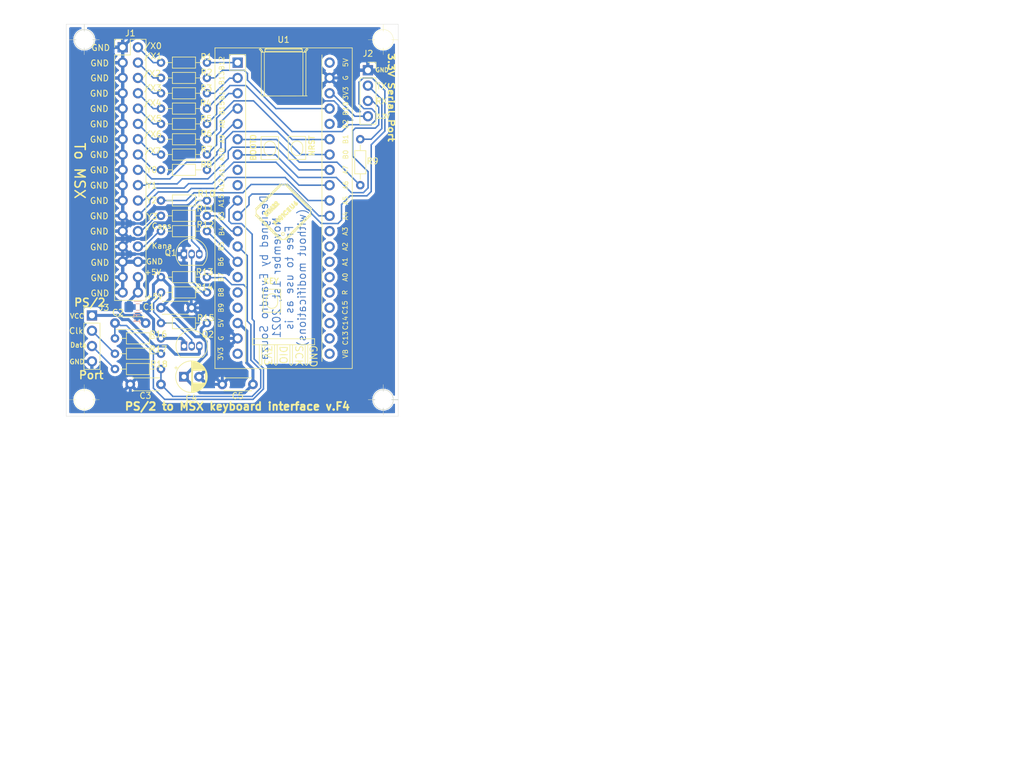
<source format=kicad_pcb>
(kicad_pcb (version 20171130) (host pcbnew "(5.1.6)-1")
  (layers (0 F.Cu jumper hide) (31 B.Cu mixed) (34 B.Paste user) (35 F.Paste user hide) (36 B.SilkS user) (37 F.SilkS user) (38 B.Mask user) (39 F.Mask user) (44 Edge.Cuts user))
  (net 0 "")
  (net 1 GNDD)
  (net 2 +5VD)
  (net 3 /X0)
  (net 4 /X1)
  (net 5 /X2)
  (net 6 /X3)
  (net 7 /X4)
  (net 8 /X5)
  (net 9 /X6)
  (net 10 /X7)
  (net 11 /PS2DataPin)
  (net 12 /PS2ClkPin)
  (net 13 /+5V_PS2_Keyboard)
  (net 14 /3.3V_Serial_RX)
  (net 15 /3.3V_Serial_TX)
  (net 16 "Net-(Q1-Pad2)")
  (net 17 "Net-(Q2-Pad2)")
  (net 18 "Net-(U1-Pad20)")
  (net 19 "Net-(U1-Pad26)")
  (net 20 "Net-(U1-Pad25)")
  (net 21 "Net-(U1-Pad24)")
  (net 22 "Net-(U1-Pad23)")
  (net 23 "Net-(U1-Pad22)")
  (net 24 "Net-(U1-Pad21)")
  (net 25 /Y1)
  (net 26 /Y0)
  (net 27 /CapsLed)
  (net 28 /KanaLed)
  (net 29 /Y3)
  (net 30 /Y2)
  (net 31 /PS2Clk)
  (net 32 /PS2Data)
  (net 33 /KanaL)
  (net 34 /CapsL)
  (net 35 /X6')
  (net 36 /X7')
  (net 37 "Net-(R10-Pad2)")
  (net 38 /X1')
  (net 39 /X2')
  (net 40 /X3')
  (net 41 /X4')
  (net 42 /X5')
  (net 43 "Net-(U1-Pad27)")
  (net 44 "Net-(U1-Pad9)")
  (net 45 "Net-(U1-Pad8)")
  (net 46 "Net-(U1-Pad40)")
  (net 47 "Net-(U1-Pad17)")
  (net 48 "Net-(U1-Pad16)")
  (net 49 "Net-(U1-Pad15)")
  (net 50 "Net-(R9-Pad1)")
  (net 51 "Net-(U1-Pad28)")
  (net 52 "Net-(U1-Pad29)")
  (net 53 "Net-(Q1-Pad3)")
  (net 54 +3V3)
  (net 55 "Net-(F1-Pad2)")
  (net 56 "Net-(U1-Pad36)")
  (net 57 "Net-(R1-Pad2)")
  (module Capacitor_THT:CP_Radial_D5.0mm_P2.50mm (layer F.Cu) (at 143.51 130.81)
    (fp_text reference C4 (at 1.22682 3.55854) (layer F.SilkS))
    (fp_text value "47uF x 10V")
    (pad 2 thru_hole circle (at 2.5 0) (size 1.6 1.6) (drill 0.8) (layers *.Cu *.Mask) (net 1 GNDD))
    (pad 1 thru_hole rect (at 0 0) (size 1.6 1.6) (drill 0.8) (layers *.Cu *.Mask) (net 2 +5VD))
  )
  (module BlueBlackPill:BlackPill-minif4_board-1 (layer F.Cu) (at 152.4 78.74)
    (fp_text reference U1 (at 7.62 -3.81) (layer F.SilkS))
    (fp_text value "WeAct Studio STM32F401CEU6 V3.0+ (Black Pill)" hide)
    (fp_text user 5V (at 17.8943 0 -90) (layer F.SilkS) (effects (font (size 0.8 0.8) (thickness 0.12))))
    (fp_text user G (at 17.8943 2.53492 -90) (layer F.SilkS) (effects (font (size 0.8 0.8) (thickness 0.12))))
    (fp_text user 3V3 (at 17.907 5.08254 -90) (layer F.SilkS) (effects (font (size 0.8 0.8) (thickness 0.12))))
    (fp_text user B10 (at 17.907 7.61746 -90) (layer F.SilkS) (effects (font (size 0.8 0.8) (thickness 0.12))))
    (fp_text user B2 (at 17.8943 10.19048 -90) (layer F.SilkS) (effects (font (size 0.8 0.8) (thickness 0.12))))
    (fp_text user B1 (at 17.8943 12.7 -90) (layer F.SilkS) (effects (font (size 0.8 0.8) (thickness 0.12))))
    (fp_text user B0 (at 17.907 15.24762 -90) (layer F.SilkS) (effects (font (size 0.8 0.8) (thickness 0.12))))
    (fp_text user A7 (at 17.8943 17.76984 -90) (layer F.SilkS) (effects (font (size 0.8 0.8) (thickness 0.12))))
    (fp_text user A6 (at 17.907 20.30984 -90) (layer F.SilkS) (effects (font (size 0.8 0.8) (thickness 0.12))))
    (fp_text user A5 (at 17.907 22.86254 -90) (layer F.SilkS) (effects (font (size 0.8 0.8) (thickness 0.12))))
    (fp_text user A4 (at 17.8816 25.40254 -90) (layer F.SilkS) (effects (font (size 0.8 0.8) (thickness 0.12))))
    (fp_text user A3 (at 17.82572 27.97048 -90) (layer F.SilkS) (effects (font (size 0.8 0.8) (thickness 0.12))))
    (fp_text user A2 (at 17.82572 30.51048 -90) (layer F.SilkS) (effects (font (size 0.8 0.8) (thickness 0.12))))
    (fp_text user A1 (at 17.79778 33.01492 -90) (layer F.SilkS) (effects (font (size 0.8 0.8) (thickness 0.12))))
    (fp_text user A0 (at 17.82572 35.57778 -90) (layer F.SilkS) (effects (font (size 0.8 0.8) (thickness 0.12))))
    (fp_text user R (at 17.79778 38.11016 -90) (layer F.SilkS) (effects (font (size 0.8 0.8) (thickness 0.12))))
    (fp_text user C15 (at 17.79778 40.6146 -90) (layer F.SilkS) (effects (font (size 0.8 0.8) (thickness 0.12))))
    (fp_text user C14 (at 17.85366 43.17492 -90) (layer F.SilkS) (effects (font (size 0.8 0.8) (thickness 0.12))))
    (fp_text user C13 (at 17.85366 45.67936 -90) (layer F.SilkS) (effects (font (size 0.8 0.8) (thickness 0.12))))
    (fp_text user VB (at 17.85366 48.27016 -90) (layer F.SilkS) (effects (font (size 0.8 0.8) (thickness 0.12))))
    (fp_text user 3V3 (at -2.8194 48.27016 -90) (layer F.SilkS) (effects (font (size 0.8 0.8) (thickness 0.12))))
    (fp_text user G (at -2.73558 45.6946 -90) (layer F.SilkS) (effects (font (size 0.8 0.8) (thickness 0.12))))
    (fp_text user 5V (at -2.76352 43.18254 -90) (layer F.SilkS) (effects (font (size 0.8 0.8) (thickness 0.12))))
    (fp_text user B9 (at -2.73558 40.65524 -90) (layer F.SilkS) (effects (font (size 0.8 0.8) (thickness 0.12))))
    (fp_text user B8 (at -2.73558 38.09492 -90) (layer F.SilkS) (effects (font (size 0.8 0.8) (thickness 0.12))))
    (fp_text user B7 (at -2.73558 35.57016 -90) (layer F.SilkS) (effects (font (size 0.8 0.8) (thickness 0.12))))
    (fp_text user B6 (at -2.76352 33.0073 -90) (layer F.SilkS) (effects (font (size 0.8 0.8) (thickness 0.12))))
    (fp_text user B5 (at -2.70764 30.46476 -90) (layer F.SilkS) (effects (font (size 0.8 0.8) (thickness 0.12))))
    (fp_text user B4 (at -2.63144 27.94 -90) (layer F.SilkS) (effects (font (size 0.8 0.8) (thickness 0.12))))
    (fp_text user B3 (at -2.68986 25.44064 -90) (layer F.SilkS) (effects (font (size 0.8 0.8) (thickness 0.12))))
    (fp_text user A15 (at -2.70764 22.88794 -90) (layer F.SilkS) (effects (font (size 0.8 0.8) (thickness 0.12))))
    (fp_text user A12 (at -2.64922 20.29968 -90) (layer F.SilkS) (effects (font (size 0.8 0.8) (thickness 0.12))))
    (fp_text user A11 (at -2.6035 17.80032 -90) (layer F.SilkS) (effects (font (size 0.8 0.8) (thickness 0.12))))
    (fp_text user A10 (at -2.59334 15.23238 -90) (layer F.SilkS) (effects (font (size 0.8 0.8) (thickness 0.12))))
    (fp_text user A9 (at -2.54762 12.65936 -90) (layer F.SilkS) (effects (font (size 0.8 0.8) (thickness 0.12))))
    (fp_text user A8 (at -2.54762 10.14476 -90) (layer F.SilkS) (effects (font (size 0.8 0.8) (thickness 0.12))))
    (fp_text user B15 (at -2.6035 7.53618 -90) (layer F.SilkS) (effects (font (size 0.8 0.8) (thickness 0.12))))
    (fp_text user B14 (at -2.6035 5.08762 -90) (layer F.SilkS) (effects (font (size 0.8 0.8) (thickness 0.12))))
    (fp_text user B13 (at -2.63144 2.55524 -90) (layer F.SilkS) (effects (font (size 0.8 0.8) (thickness 0.12))))
    (fp_text user B12 (at -2.62382 0.10414 -90) (layer F.SilkS) (effects (font (size 0.8 0.8) (thickness 0.12))))
    (fp_text user KEY (at 5.56 36.22) (layer F.SilkS) (effects (font (size 0.9 0.9) (thickness 0.18))))
    (fp_text user NRST (at 12.2936 13.77442 -90) (layer F.SilkS) (effects (font (size 0.9 0.9) (thickness 0.18))))
    (fp_text user BOOT0 (at 2.60604 14.06906 -90) (layer F.SilkS) (effects (font (size 0.9 0.9) (thickness 0.18))))
    (fp_text user GND (at 12.5222 48.6791 -90 unlocked) (layer F.SilkS) (effects (font (size 1.2 1.2))))
    (fp_text user SCK (at 10.17016 48.62068 -90 unlocked) (layer F.SilkS) (effects (font (size 1.2 1.2))))
    (fp_text user DIO (at 7.56158 48.44288 -90 unlocked) (layer F.SilkS) (effects (font (size 1.2 1.2))))
    (fp_text user 3V3 (at 5.01142 48.54194 -90 unlocked) (layer F.SilkS) (effects (font (size 1.2 1.2))))
    (pad 20 thru_hole circle (at 0 48.26) (size 1.7 1.7) (drill 1) (layers *.Cu *.Mask) (net 18 "Net-(U1-Pad20)"))
    (pad 21 thru_hole circle (at 15.24 48.26) (size 1.7 1.7) (drill 1) (layers *.Cu *.Mask) (net 24 "Net-(U1-Pad21)"))
    (pad 19 thru_hole circle (at 0 45.72) (size 1.7 1.7) (drill 1) (layers *.Cu *.Mask) (net 1 GNDD))
    (pad 22 thru_hole circle (at 15.24 45.72) (size 1.7 1.7) (drill 1) (layers *.Cu *.Mask) (net 23 "Net-(U1-Pad22)"))
    (pad 18 thru_hole circle (at 0 43.18) (size 1.7 1.7) (drill 1) (layers *.Cu *.Mask) (net 2 +5VD))
    (pad 23 thru_hole circle (at 15.24 43.18) (size 1.7 1.7) (drill 1) (layers *.Cu *.Mask) (net 22 "Net-(U1-Pad23)"))
    (pad 17 thru_hole circle (at 0 40.64) (size 1.7 1.7) (drill 1) (layers *.Cu *.Mask) (net 47 "Net-(U1-Pad17)"))
    (pad 24 thru_hole circle (at 15.24 40.64) (size 1.7 1.7) (drill 1) (layers *.Cu *.Mask) (net 21 "Net-(U1-Pad24)"))
    (pad 16 thru_hole circle (at 0 38.1) (size 1.7 1.7) (drill 1) (layers *.Cu *.Mask) (net 48 "Net-(U1-Pad16)"))
    (pad 25 thru_hole circle (at 15.24 38.1) (size 1.7 1.7) (drill 1) (layers *.Cu *.Mask) (net 20 "Net-(U1-Pad25)"))
    (pad 15 thru_hole circle (at 0 35.56) (size 1.7 1.7) (drill 1) (layers *.Cu *.Mask) (net 49 "Net-(U1-Pad15)"))
    (pad 26 thru_hole circle (at 15.24 35.56) (size 1.7 1.7) (drill 1) (layers *.Cu *.Mask) (net 19 "Net-(U1-Pad26)"))
    (pad 14 thru_hole circle (at 0 33.02) (size 1.7 1.7) (drill 1) (layers *.Cu *.Mask) (net 33 /KanaL))
    (pad 27 thru_hole circle (at 15.24 33.02) (size 1.7 1.7) (drill 1) (layers *.Cu *.Mask) (net 43 "Net-(U1-Pad27)"))
    (pad 13 thru_hole circle (at 0 30.48) (size 1.7 1.7) (drill 1) (layers *.Cu *.Mask) (net 32 /PS2Data))
    (pad 28 thru_hole circle (at 15.24 30.48) (size 1.7 1.7) (drill 1) (layers *.Cu *.Mask) (net 51 "Net-(U1-Pad28)"))
    (pad 12 thru_hole circle (at 0 27.94) (size 1.7 1.7) (drill 1) (layers *.Cu *.Mask) (net 34 /CapsL))
    (pad 29 thru_hole circle (at 15.24 27.94) (size 1.7 1.7) (drill 1) (layers *.Cu *.Mask) (net 52 "Net-(U1-Pad29)"))
    (pad 11 thru_hole circle (at 0 25.4) (size 1.7 1.7) (drill 1) (layers *.Cu *.Mask) (net 40 /X3'))
    (pad 30 thru_hole circle (at 15.24 25.4) (size 1.7 1.7) (drill 1) (layers *.Cu *.Mask) (net 37 "Net-(R10-Pad2)"))
    (pad 10 thru_hole circle (at 0 22.86) (size 1.7 1.7) (drill 1) (layers *.Cu *.Mask) (net 31 /PS2Clk))
    (pad 31 thru_hole circle (at 15.24 22.86) (size 1.7 1.7) (drill 1) (layers *.Cu *.Mask) (net 29 /Y3))
    (pad 9 thru_hole circle (at 0 20.32) (size 1.7 1.7) (drill 1) (layers *.Cu *.Mask) (net 44 "Net-(U1-Pad9)"))
    (pad 32 thru_hole circle (at 15.24 20.32) (size 1.7 1.7) (drill 1) (layers *.Cu *.Mask) (net 30 /Y2))
    (pad 8 thru_hole circle (at 0 17.78) (size 1.7 1.7) (drill 1) (layers *.Cu *.Mask) (net 45 "Net-(U1-Pad8)"))
    (pad 33 thru_hole circle (at 15.24 17.78) (size 1.7 1.7) (drill 1) (layers *.Cu *.Mask) (net 25 /Y1))
    (pad 7 thru_hole circle (at 0 15.24) (size 1.7 1.7) (drill 1) (layers *.Cu *.Mask) (net 14 /3.3V_Serial_RX))
    (pad 34 thru_hole circle (at 15.24 15.24) (size 1.7 1.7) (drill 1) (layers *.Cu *.Mask) (net 36 /X7'))
    (pad 6 thru_hole circle (at 0 12.7) (size 1.7 1.7) (drill 1) (layers *.Cu *.Mask) (net 50 "Net-(R9-Pad1)"))
    (pad 35 thru_hole circle (at 15.24 12.7) (size 1.7 1.7) (drill 1) (layers *.Cu *.Mask) (net 42 /X5'))
    (pad 5 thru_hole circle (at 0 10.16) (size 1.7 1.7) (drill 1) (layers *.Cu *.Mask) (net 26 /Y0))
    (pad 36 thru_hole circle (at 15.24 10.16) (size 1.7 1.7) (drill 1) (layers *.Cu *.Mask) (net 56 "Net-(U1-Pad36)"))
    (pad 4 thru_hole circle (at 0 7.62) (size 1.7 1.7) (drill 1) (layers *.Cu *.Mask) (net 35 /X6'))
    (pad 37 thru_hole circle (at 15.24 7.62) (size 1.7 1.7) (drill 1) (layers *.Cu *.Mask) (net 38 /X1'))
    (pad 3 thru_hole circle (at 0 5.08) (size 1.7 1.7) (drill 1) (layers *.Cu *.Mask) (net 41 /X4'))
    (pad 38 thru_hole circle (at 15.24 5.08) (size 1.7 1.7) (drill 1) (layers *.Cu *.Mask) (net 54 +3V3))
    (pad 2 thru_hole circle (at 0 2.54) (size 1.7 1.7) (drill 1) (layers *.Cu *.Mask) (net 39 /X2'))
    (pad 39 thru_hole circle (at 15.24 2.54) (size 1.7 1.7) (drill 1) (layers *.Cu *.Mask) (net 1 GNDD))
    (pad 1 thru_hole rect (at 0 0) (size 1.7 1.7) (drill 1) (layers *.Cu *.Mask) (net 57 "Net-(R1-Pad2)"))
    (pad 40 thru_hole circle (at 15.24 0) (size 1.7 1.7) (drill 1) (layers *.Cu *.Mask) (net 46 "Net-(U1-Pad40)"))
  )
  (module BlueBlackPill:Fuse_1206_0603_3216Metric_Pad1.42x1.75mm_HandSolder (layer B.Cu) (at 135.85698 119.25554 180)
    (fp_text reference F1 (at 0.127 -1.95834 90 unlocked) (layer B.SilkS) (effects (justify mirror)))
    (fp_text value "350mA Polyfuse SMD 0603 or 1206")
    (pad 2 smd rect (at 0.57404 -0.00254 180) (size 0.45 0.95) (layers B.Cu B.Paste B.Mask) (net 55 "Net-(F1-Pad2)"))
    (pad 1 smd rect (at -0.5715 -0.00254 180) (size 0.45 0.95) (layers B.Cu B.Paste B.Mask) (net 2 +5VD))
    (pad 2 smd roundrect (at 1.4875 0 180) (size 1.425 1.75) (layers B.Cu B.Paste B.Mask) (roundrect_rratio 0.1754385964912281) (net 55 "Net-(F1-Pad2)"))
    (pad 1 smd roundrect (at -1.4875 0 180) (size 1.425 1.75) (layers B.Cu B.Paste B.Mask) (roundrect_rratio 0.1754385964912281) (net 2 +5VD))
  )
  (module Connector_PinHeader_2.54mm:PinHeader_2x17_P2.54mm_Vertical (layer F.Cu) (at 133.35 76.2)
    (fp_text reference J1 (at 1.27 -2.33) (layer F.SilkS))
    (fp_text value Conn_02x17_Odd_Even)
    (pad 34 thru_hole oval (at 2.54 40.64) (size 1.7 1.7) (drill 1) (layers *.Cu *.Mask) (net 55 "Net-(F1-Pad2)"))
    (pad 33 thru_hole oval (at 0 40.64) (size 1.7 1.7) (drill 1) (layers *.Cu *.Mask) (net 1 GNDD))
    (pad 32 thru_hole oval (at 2.54 38.1) (size 1.7 1.7) (drill 1) (layers *.Cu *.Mask) (net 55 "Net-(F1-Pad2)"))
    (pad 31 thru_hole oval (at 0 38.1) (size 1.7 1.7) (drill 1) (layers *.Cu *.Mask) (net 1 GNDD))
    (pad 30 thru_hole oval (at 2.54 35.56) (size 1.7 1.7) (drill 1) (layers *.Cu *.Mask) (net 1 GNDD))
    (pad 29 thru_hole oval (at 0 35.56) (size 1.7 1.7) (drill 1) (layers *.Cu *.Mask) (net 1 GNDD))
    (pad 28 thru_hole oval (at 2.54 33.02) (size 1.7 1.7) (drill 1) (layers *.Cu *.Mask) (net 28 /KanaLed))
    (pad 27 thru_hole oval (at 0 33.02) (size 1.7 1.7) (drill 1) (layers *.Cu *.Mask) (net 1 GNDD))
    (pad 26 thru_hole oval (at 2.54 30.48) (size 1.7 1.7) (drill 1) (layers *.Cu *.Mask) (net 27 /CapsLed))
    (pad 25 thru_hole oval (at 0 30.48) (size 1.7 1.7) (drill 1) (layers *.Cu *.Mask) (net 1 GNDD))
    (pad 24 thru_hole oval (at 2.54 27.94) (size 1.7 1.7) (drill 1) (layers *.Cu *.Mask) (net 29 /Y3))
    (pad 23 thru_hole oval (at 0 27.94) (size 1.7 1.7) (drill 1) (layers *.Cu *.Mask) (net 1 GNDD))
    (pad 22 thru_hole oval (at 2.54 25.4) (size 1.7 1.7) (drill 1) (layers *.Cu *.Mask) (net 30 /Y2))
    (pad 21 thru_hole oval (at 0 25.4) (size 1.7 1.7) (drill 1) (layers *.Cu *.Mask) (net 1 GNDD))
    (pad 20 thru_hole oval (at 2.54 22.86) (size 1.7 1.7) (drill 1) (layers *.Cu *.Mask) (net 25 /Y1))
    (pad 19 thru_hole oval (at 0 22.86) (size 1.7 1.7) (drill 1) (layers *.Cu *.Mask) (net 1 GNDD))
    (pad 18 thru_hole oval (at 2.54 20.32) (size 1.7 1.7) (drill 1) (layers *.Cu *.Mask) (net 26 /Y0))
    (pad 17 thru_hole oval (at 0 20.32) (size 1.7 1.7) (drill 1) (layers *.Cu *.Mask) (net 1 GNDD))
    (pad 16 thru_hole oval (at 2.54 17.78) (size 1.7 1.7) (drill 1) (layers *.Cu *.Mask) (net 10 /X7))
    (pad 15 thru_hole oval (at 0 17.78) (size 1.7 1.7) (drill 1) (layers *.Cu *.Mask) (net 1 GNDD))
    (pad 14 thru_hole oval (at 2.54 15.24) (size 1.7 1.7) (drill 1) (layers *.Cu *.Mask) (net 9 /X6))
    (pad 13 thru_hole oval (at 0 15.24) (size 1.7 1.7) (drill 1) (layers *.Cu *.Mask) (net 1 GNDD))
    (pad 12 thru_hole oval (at 2.54 12.7) (size 1.7 1.7) (drill 1) (layers *.Cu *.Mask) (net 8 /X5))
    (pad 11 thru_hole oval (at 0 12.7) (size 1.7 1.7) (drill 1) (layers *.Cu *.Mask) (net 1 GNDD))
    (pad 10 thru_hole oval (at 2.54 10.16) (size 1.7 1.7) (drill 1) (layers *.Cu *.Mask) (net 7 /X4))
    (pad 9 thru_hole oval (at 0 10.16) (size 1.7 1.7) (drill 1) (layers *.Cu *.Mask) (net 1 GNDD))
    (pad 8 thru_hole oval (at 2.54 7.62) (size 1.7 1.7) (drill 1) (layers *.Cu *.Mask) (net 6 /X3))
    (pad 7 thru_hole oval (at 0 7.62) (size 1.7 1.7) (drill 1) (layers *.Cu *.Mask) (net 1 GNDD))
    (pad 6 thru_hole oval (at 2.54 5.08) (size 1.7 1.7) (drill 1) (layers *.Cu *.Mask) (net 5 /X2))
    (pad 5 thru_hole oval (at 0 5.08) (size 1.7 1.7) (drill 1) (layers *.Cu *.Mask) (net 1 GNDD))
    (pad 4 thru_hole oval (at 2.54 2.54) (size 1.7 1.7) (drill 1) (layers *.Cu *.Mask) (net 4 /X1))
    (pad 3 thru_hole oval (at 0 2.54) (size 1.7 1.7) (drill 1) (layers *.Cu *.Mask) (net 1 GNDD))
    (pad 2 thru_hole oval (at 2.54 0) (size 1.7 1.7) (drill 1) (layers *.Cu *.Mask) (net 3 /X0))
    (pad 1 thru_hole rect (at 0 0) (size 1.7 1.7) (drill 1) (layers *.Cu *.Mask) (net 1 GNDD))
  )
  (module Connector_PinSocket_2.54mm:PinSocket_1x04_P2.54mm_Vertical (layer F.Cu) (at 173.99 80.01)
    (fp_text reference J2 (at 0 -2.77) (layer F.SilkS))
    (fp_text value Conn_01x04)
    (pad 4 thru_hole oval (at 0 7.62) (size 1.7 1.7) (drill 1) (layers *.Cu *.Mask) (net 54 +3V3))
    (pad 3 thru_hole oval (at 0 5.08) (size 1.7 1.7) (drill 1) (layers *.Cu *.Mask) (net 14 /3.3V_Serial_RX))
    (pad 2 thru_hole oval (at 0 2.54) (size 1.7 1.7) (drill 1) (layers *.Cu *.Mask) (net 15 /3.3V_Serial_TX))
    (pad 1 thru_hole rect (at 0 0) (size 1.7 1.7) (drill 1) (layers *.Cu *.Mask) (net 1 GNDD))
  )
  (module MountingHole:MountingHole_2.7mm_M2.5_DIN965 (layer F.Cu) (at 176.53 74.93)
    (fp_text reference REF** hide)
    (fp_text value MountingHole_2.7mm_M2.5_DIN965)
    (pad 1 np_thru_hole circle (at 0 0) (size 2.7 2.7) (drill 2.7) (layers *.Cu *.Mask))
  )
  (module MountingHole:MountingHole_2.7mm_M2.5_DIN965 (layer F.Cu) (at 127 74.93)
    (fp_text reference REF** hide)
    (fp_text value MountingHole_2.7mm_M2.5_DIN965)
    (pad 1 np_thru_hole circle (at 0 0) (size 2.7 2.7) (drill 2.7) (layers *.Cu *.Mask))
  )
  (module MountingHole:MountingHole_2.7mm_M2.5_DIN965 (layer F.Cu) (at 127 134.62)
    (fp_text reference REF** hide)
    (fp_text value MountingHole_2.7mm_M2.5_DIN965)
    (pad 1 np_thru_hole circle (at 0 0) (size 2.7 2.7) (drill 2.7) (layers *.Cu *.Mask))
  )
  (module MountingHole:MountingHole_2.7mm_M2.5_DIN965 (layer F.Cu) (at 176.53 134.62)
    (fp_text reference REF** hide)
    (fp_text value MountingHole_2.7mm_M2.5_DIN965)
    (pad 1 np_thru_hole circle (at 0 0) (size 2.7 2.7) (drill 2.7) (layers *.Cu *.Mask))
  )
  (module Capacitor_THT:C_Disc_D4.3mm_W1.9mm_P5.00mm (layer F.Cu) (at 154.94 132.08 180)
    (fp_text reference C5 (at 2.52476 -1.90246) (layer F.SilkS))
    (fp_text value 100nF)
    (pad 2 thru_hole circle (at 5.08 0 180) (size 1.6 1.6) (drill 0.8) (layers *.Cu *.Mask) (net 1 GNDD))
    (pad 1 thru_hole circle (at 0 0 180) (size 1.6 1.6) (drill 0.8) (layers *.Cu *.Mask) (net 2 +5VD))
  )
  (module Capacitor_THT:C_Disc_D4.3mm_W1.9mm_P5.00mm (layer F.Cu) (at 139.7 132.08 180)
    (fp_text reference C3 (at 2.57302 -1.8796) (layer F.SilkS))
    (fp_text value 220pF)
    (pad 2 thru_hole circle (at 5.08 0 180) (size 1.6 1.6) (drill 0.8) (layers *.Cu *.Mask) (net 1 GNDD))
    (pad 1 thru_hole circle (at 0 0 180) (size 1.6 1.6) (drill 0.8) (layers *.Cu *.Mask) (net 32 /PS2Data))
  )
  (module Capacitor_THT:C_Disc_D4.3mm_W1.9mm_P5.00mm (layer F.Cu) (at 132.08 121.92)
    (fp_text reference C2 (at 0.4953 -1.74752) (layer F.SilkS))
    (fp_text value 220pF)
    (pad 2 thru_hole circle (at 5.08 0) (size 1.6 1.6) (drill 0.8) (layers *.Cu *.Mask) (net 1 GNDD))
    (pad 1 thru_hole circle (at 0 0) (size 1.6 1.6) (drill 0.8) (layers *.Cu *.Mask) (net 31 /PS2Clk))
  )
  (module Capacitor_THT:C_Disc_D4.3mm_W1.9mm_P5.00mm (layer F.Cu) (at 139.7 119.38)
    (fp_text reference C1 (at -2.00152 -0.1397) (layer F.SilkS))
    (fp_text value 100nF)
    (pad 2 thru_hole circle (at 5.08 0) (size 1.6 1.6) (drill 0.8) (layers *.Cu *.Mask) (net 1 GNDD))
    (pad 1 thru_hole circle (at 0 0) (size 1.6 1.6) (drill 0.8) (layers *.Cu *.Mask) (net 2 +5VD))
  )
  (module Package_TO_SOT_THT:TO-92_Inline (layer F.Cu) (at 143.51 110.49)
    (fp_text reference Q1 (at -2.19456 -0.23114) (layer F.SilkS))
    (fp_text value 2SC1815)
    (pad 1 thru_hole rect (at 0 0) (size 1.05 1.5) (drill 0.75) (layers *.Cu *.Mask) (net 1 GNDD))
    (pad 3 thru_hole oval (at 2.54 0) (size 1.05 1.5) (drill 0.75) (layers *.Cu *.Mask) (net 53 "Net-(Q1-Pad3)"))
    (pad 2 thru_hole oval (at 1.27 0) (size 1.05 1.5) (drill 0.75) (layers *.Cu *.Mask) (net 16 "Net-(Q1-Pad2)"))
  )
  (module Package_TO_SOT_THT:TO-92_Inline (layer F.Cu) (at 143.5227 125.73)
    (fp_text reference Q2 (at 3.94716 -1.93294) (layer F.SilkS))
    (fp_text value 2N2907)
    (pad 1 thru_hole rect (at 0 0) (size 1.05 1.5) (drill 0.75) (layers *.Cu *.Mask) (net 2 +5VD))
    (pad 3 thru_hole oval (at 2.54 0) (size 1.05 1.5) (drill 0.75) (layers *.Cu *.Mask) (net 13 /+5V_PS2_Keyboard))
    (pad 2 thru_hole oval (at 1.27 0) (size 1.05 1.5) (drill 0.75) (layers *.Cu *.Mask) (net 17 "Net-(Q2-Pad2)"))
  )
  (module Connector_PinHeader_2.54mm:PinHeader_1x04_P2.54mm_Vertical (layer F.Cu) (at 128.27 120.65)
    (fp_text reference J3 (at 1.98882 -1.28778) (layer F.SilkS))
    (fp_text value Conn_01x04 hide)
    (pad 4 thru_hole oval (at 0 7.62) (size 1.7 1.7) (drill 1) (layers *.Cu *.Mask) (net 1 GNDD))
    (pad 3 thru_hole oval (at 0 5.08) (size 1.7 1.7) (drill 1) (layers *.Cu *.Mask) (net 11 /PS2DataPin))
    (pad 2 thru_hole oval (at 0 2.54) (size 1.7 1.7) (drill 1) (layers *.Cu *.Mask) (net 12 /PS2ClkPin))
    (pad 1 thru_hole rect (at 0 0) (size 1.7 1.7) (drill 1) (layers *.Cu *.Mask) (net 13 /+5V_PS2_Keyboard))
  )
  (module Resistor_THT:R_Axial_DIN0204_L3.6mm_D1.6mm_P7.62mm_Horizontal (layer F.Cu) (at 139.7 129.54 180)
    (fp_text reference R18 (at 0.33782 0.80264) (layer F.SilkS))
    (fp_text value 22R)
    (pad 2 thru_hole oval (at 7.62 0 180) (size 1.4 1.4) (drill 0.7) (layers *.Cu *.Mask) (net 11 /PS2DataPin))
    (pad 1 thru_hole circle (at 0 0 180) (size 1.4 1.4) (drill 0.7) (layers *.Cu *.Mask) (net 32 /PS2Data))
  )
  (module Resistor_THT:R_Axial_DIN0204_L3.6mm_D1.6mm_P7.62mm_Horizontal (layer F.Cu) (at 139.7 127 180)
    (fp_text reference R17 (at 0.43688 0.74676) (layer F.SilkS))
    (fp_text value 22R)
    (pad 2 thru_hole oval (at 7.62 0 180) (size 1.4 1.4) (drill 0.7) (layers *.Cu *.Mask) (net 12 /PS2ClkPin))
    (pad 1 thru_hole circle (at 0 0 180) (size 1.4 1.4) (drill 0.7) (layers *.Cu *.Mask) (net 31 /PS2Clk))
  )
  (module Resistor_THT:R_Axial_DIN0204_L3.6mm_D1.6mm_P7.62mm_Horizontal (layer F.Cu) (at 147.32 121.92 180)
    (fp_text reference R15 (at 0.2032 0.86614) (layer F.SilkS))
    (fp_text value 330K)
    (pad 2 thru_hole oval (at 7.62 0 180) (size 1.4 1.4) (drill 0.7) (layers *.Cu *.Mask) (net 17 "Net-(Q2-Pad2)"))
    (pad 1 thru_hole circle (at 0 0 180) (size 1.4 1.4) (drill 0.7) (layers *.Cu *.Mask) (net 2 +5VD))
  )
  (module Resistor_THT:R_Axial_DIN0204_L3.6mm_D1.6mm_P7.62mm_Horizontal (layer F.Cu) (at 139.7 116.84)
    (fp_text reference R14 (at 7.18058 -0.8509) (layer F.SilkS))
    (fp_text value 33K)
    (pad 2 thru_hole oval (at 7.62 0) (size 1.4 1.4) (drill 0.7) (layers *.Cu *.Mask) (net 16 "Net-(Q1-Pad2)"))
    (pad 1 thru_hole circle (at 0 0) (size 1.4 1.4) (drill 0.7) (layers *.Cu *.Mask) (net 17 "Net-(Q2-Pad2)"))
  )
  (module Resistor_THT:R_Axial_DIN0204_L3.6mm_D1.6mm_P7.62mm_Horizontal (layer F.Cu) (at 147.32 101.6 180)
    (fp_text reference R10 (at 0.09906 1.11506) (layer F.SilkS))
    (fp_text value 33K)
    (pad 2 thru_hole oval (at 7.62 0 180) (size 1.4 1.4) (drill 0.7) (layers *.Cu *.Mask) (net 37 "Net-(R10-Pad2)"))
    (pad 1 thru_hole circle (at 0 0 180) (size 1.4 1.4) (drill 0.7) (layers *.Cu *.Mask) (net 53 "Net-(Q1-Pad3)"))
  )
  (module Resistor_THT:R_Axial_DIN0204_L3.6mm_D1.6mm_P7.62mm_Horizontal (layer F.Cu) (at 139.7 124.46 180)
    (fp_text reference R16 (at 0.43688 0.68834) (layer F.SilkS))
    (fp_text value 10K)
    (pad 2 thru_hole oval (at 7.62 0 180) (size 1.4 1.4) (drill 0.7) (layers *.Cu *.Mask) (net 31 /PS2Clk))
    (pad 1 thru_hole circle (at 0 0 180) (size 1.4 1.4) (drill 0.7) (layers *.Cu *.Mask) (net 2 +5VD))
  )
  (module Resistor_THT:R_Axial_DIN0204_L3.6mm_D1.6mm_P7.62mm_Horizontal (layer F.Cu) (at 147.32 104.14 180)
    (fp_text reference R11 (at 0.26162 1.2192) (layer F.SilkS))
    (fp_text value 10K)
    (pad 2 thru_hole oval (at 7.62 0 180) (size 1.4 1.4) (drill 0.7) (layers *.Cu *.Mask) (net 27 /CapsLed))
    (pad 1 thru_hole circle (at 0 0 180) (size 1.4 1.4) (drill 0.7) (layers *.Cu *.Mask) (net 34 /CapsL))
  )
  (module Resistor_THT:R_Axial_DIN0204_L3.6mm_D1.6mm_P7.62mm_Horizontal (layer F.Cu) (at 172.72 99.06 90)
    (fp_text reference R9 (at 3.98526 2.02946) (layer F.SilkS))
    (fp_text value 22R)
    (pad 2 thru_hole oval (at 7.62 0 90) (size 1.4 1.4) (drill 0.7) (layers *.Cu *.Mask) (net 15 /3.3V_Serial_TX))
    (pad 1 thru_hole circle (at 0 0 90) (size 1.4 1.4) (drill 0.7) (layers *.Cu *.Mask) (net 50 "Net-(R9-Pad1)"))
  )
  (module Resistor_THT:R_Axial_DIN0204_L3.6mm_D1.6mm_P7.62mm_Horizontal (layer F.Cu) (at 147.32 106.68 180)
    (fp_text reference R12 (at 0.26162 1.07188) (layer F.SilkS))
    (fp_text value 10K)
    (pad 2 thru_hole oval (at 7.62 0 180) (size 1.4 1.4) (drill 0.7) (layers *.Cu *.Mask) (net 28 /KanaLed))
    (pad 1 thru_hole circle (at 0 0 180) (size 1.4 1.4) (drill 0.7) (layers *.Cu *.Mask) (net 33 /KanaL))
  )
  (module Resistor_THT:R_Axial_DIN0204_L3.6mm_D1.6mm_P7.62mm_Horizontal (layer F.Cu) (at 139.7 114.3)
    (fp_text reference R13 (at 7.239 -0.8636) (layer F.SilkS))
    (fp_text value 10K)
    (pad 2 thru_hole oval (at 7.62 0) (size 1.4 1.4) (drill 0.7) (layers *.Cu *.Mask) (net 32 /PS2Data))
    (pad 1 thru_hole circle (at 0 0) (size 1.4 1.4) (drill 0.7) (layers *.Cu *.Mask) (net 2 +5VD))
  )
  (module Resistor_THT:R_Axial_DIN0204_L3.6mm_D1.6mm_P7.62mm_Horizontal (layer F.Cu) (at 139.7 78.74)
    (fp_text reference R1 (at 7.52094 -0.94996) (layer F.SilkS))
    (fp_text value 22R)
    (pad 2 thru_hole oval (at 7.62 0) (size 1.4 1.4) (drill 0.7) (layers *.Cu *.Mask) (net 57 "Net-(R1-Pad2)"))
    (pad 1 thru_hole circle (at 0 0) (size 1.4 1.4) (drill 0.7) (layers *.Cu *.Mask) (net 3 /X0))
  )
  (module Resistor_THT:R_Axial_DIN0204_L3.6mm_D1.6mm_P7.62mm_Horizontal (layer F.Cu) (at 139.7 81.28)
    (fp_text reference R2 (at 7.56158 -0.91694) (layer F.SilkS))
    (fp_text value 22R)
    (pad 2 thru_hole oval (at 7.62 0) (size 1.4 1.4) (drill 0.7) (layers *.Cu *.Mask) (net 38 /X1'))
    (pad 1 thru_hole circle (at 0 0) (size 1.4 1.4) (drill 0.7) (layers *.Cu *.Mask) (net 4 /X1))
  )
  (module Resistor_THT:R_Axial_DIN0204_L3.6mm_D1.6mm_P7.62mm_Horizontal (layer F.Cu) (at 139.7 83.82)
    (fp_text reference R3 (at 7.52094 -0.84582) (layer F.SilkS))
    (fp_text value 22R)
    (pad 2 thru_hole oval (at 7.62 0) (size 1.4 1.4) (drill 0.7) (layers *.Cu *.Mask) (net 39 /X2'))
    (pad 1 thru_hole circle (at 0 0) (size 1.4 1.4) (drill 0.7) (layers *.Cu *.Mask) (net 5 /X2))
  )
  (module Resistor_THT:R_Axial_DIN0204_L3.6mm_D1.6mm_P7.62mm_Horizontal (layer F.Cu) (at 139.7 86.36)
    (fp_text reference R4 (at 7.43712 -0.89662) (layer F.SilkS))
    (fp_text value 22R)
    (pad 2 thru_hole oval (at 7.62 0) (size 1.4 1.4) (drill 0.7) (layers *.Cu *.Mask) (net 40 /X3'))
    (pad 1 thru_hole circle (at 0 0) (size 1.4 1.4) (drill 0.7) (layers *.Cu *.Mask) (net 6 /X3))
  )
  (module Resistor_THT:R_Axial_DIN0204_L3.6mm_D1.6mm_P7.62mm_Horizontal (layer F.Cu) (at 139.7 88.9)
    (fp_text reference R5 (at 7.47776 -0.8636) (layer F.SilkS))
    (fp_text value 22R)
    (pad 2 thru_hole oval (at 7.62 0) (size 1.4 1.4) (drill 0.7) (layers *.Cu *.Mask) (net 41 /X4'))
    (pad 1 thru_hole circle (at 0 0) (size 1.4 1.4) (drill 0.7) (layers *.Cu *.Mask) (net 7 /X4))
  )
  (module Resistor_THT:R_Axial_DIN0204_L3.6mm_D1.6mm_P7.62mm_Horizontal (layer F.Cu) (at 139.7 91.44)
    (fp_text reference R6 (at 7.52094 -0.95758) (layer F.SilkS))
    (fp_text value 22R)
    (pad 2 thru_hole oval (at 7.62 0) (size 1.4 1.4) (drill 0.7) (layers *.Cu *.Mask) (net 42 /X5'))
    (pad 1 thru_hole circle (at 0 0) (size 1.4 1.4) (drill 0.7) (layers *.Cu *.Mask) (net 8 /X5))
  )
  (module Resistor_THT:R_Axial_DIN0204_L3.6mm_D1.6mm_P7.62mm_Horizontal (layer F.Cu) (at 139.7 93.98)
    (fp_text reference R7 (at 7.56158 -0.84074) (layer F.SilkS))
    (fp_text value 22R)
    (pad 2 thru_hole oval (at 7.62 0) (size 1.4 1.4) (drill 0.7) (layers *.Cu *.Mask) (net 35 /X6'))
    (pad 1 thru_hole circle (at 0 0) (size 1.4 1.4) (drill 0.7) (layers *.Cu *.Mask) (net 9 /X6))
  )
  (module Resistor_THT:R_Axial_DIN0204_L3.6mm_D1.6mm_P7.62mm_Horizontal (layer F.Cu) (at 139.7 96.52)
    (fp_text reference R8 (at 7.52094 -0.889) (layer F.SilkS))
    (fp_text value 22R)
    (pad 2 thru_hole oval (at 7.62 0) (size 1.4 1.4) (drill 0.7) (layers *.Cu *.Mask) (net 36 /X7'))
    (pad 1 thru_hole circle (at 0 0) (size 1.4 1.4) (drill 0.7) (layers *.Cu *.Mask) (net 10 /X7))
  )
  (gr_text Port (at 128.143 130.54076) (layer F.SilkS) (effects (font (size 1.3 1.3) (thickness 0.25))))
  (gr_text +5V (at 138.60018 117.5131) (layer F.SilkS) (effects (font (size 0.9 0.9))))
  (gr_text GND (at 129.71526 76.28128) (layer F.SilkS) (effects (font (size 1 1))))
  (gr_text "3.3V Serial Port" (at 177.8508 84.52612 -90) (layer F.SilkS) (effects (font (size 1 1.2) (thickness 0.25))))
  (target plus (at 176.53 74.93) (size 5) (width 0.05) (layer F.SilkS))
  (target plus (at 127 134.62) (size 5) (width 0.05) (layer F.SilkS))
  (target plus (at 127 74.93) (size 5) (width 0.05) (layer Edge.Cuts))
  (target plus (at 127 74.93) (size 5) (width 0.05) (layer B.Cu))
  (target plus (at 127 74.93) (size 5) (width 0.05) (layer F.SilkS))
  (target plus (at 176.53 134.62) (size 5) (width 0.05) (layer Edge.Cuts))
  (target plus (at 176.53 134.62) (size 5) (width 0.05) (layer B.Cu))
  (target plus (at 176.53 134.62) (size 5) (width 0.05) (layer F.SilkS))
  (gr_text 3.3V (at 176.46142 87.67318) (layer F.SilkS) (effects (font (size 0.7 0.7))))
  (gr_line (start 179 137.365) (end 179 72.365) (layer Edge.Cuts) (width 0.05))
  (gr_line (start 124 137.365) (end 179 137.365) (layer Edge.Cuts) (width 0.05))
  (gr_line (start 124 72.365) (end 124 137.365) (layer Edge.Cuts) (width 0.05))
  (gr_line (start 179 72.365) (end 124 72.365) (layer Edge.Cuts) (width 0.05))
  (gr_text "PS/2 to MSX keyboard interface v.F4" (at 152.36698 135.72744) (layer F.SilkS) (effects (font (size 1.3 1.3) (thickness 0.3))))
  (gr_text "Designed by Evandro Souza\nNovember 1st, 2021\nFree to use as is\n(without modifications)" (at 159.91586 114.4016 90) (layer B.Cu) (effects (font (size 1.3 1.3)) (justify mirror)))
  (gr_text RX (at 176.22266 85.1281) (layer F.SilkS) (effects (font (size 1 1))))
  (gr_text TX (at 176.2506 82.65414) (layer F.SilkS) (effects (font (size 1 1))))
  (gr_text GND (at 176.32934 79.96682) (layer F.SilkS) (effects (font (size 0.7 0.7))))
  (gr_text PS/2 (at 127.90932 118.5164) (layer F.SilkS) (effects (font (size 1.3 1.3) (thickness 0.25))))
  (gr_text GND (at 125.79604 128.3335) (layer F.SilkS) (effects (font (size 0.8 0.8))))
  (gr_text Data (at 126.02972 125.56236) (layer F.SilkS) (effects (font (size 0.8 0.8))))
  (gr_text Clk (at 125.6538 123.21286) (layer F.SilkS) (effects (font (size 1 1))))
  (gr_text VCC (at 125.79604 120.76938) (layer F.SilkS) (effects (font (size 0.8 0.8))))
  (gr_text "To MSX" (at 126.23038 96.6724 -90) (layer F.SilkS) (effects (font (size 1.7 1.7) (thickness 0.25))))
  (gr_text GND (at 129.5781 116.98478) (layer F.SilkS) (effects (font (size 1 1))))
  (gr_text GND (at 129.5781 114.44478) (layer F.SilkS) (effects (font (size 1 1))))
  (gr_text GND (at 129.5781 111.90478) (layer F.SilkS) (effects (font (size 1 1))))
  (gr_text GND (at 129.49682 109.33684) (layer F.SilkS) (effects (font (size 1 1))))
  (gr_text GND (at 129.4765 106.72064) (layer F.SilkS) (effects (font (size 1 1))))
  (gr_text GND (at 129.4765 104.18064) (layer F.SilkS) (effects (font (size 1 1))))
  (gr_text GND (at 129.4765 101.64064) (layer F.SilkS) (effects (font (size 1 1))))
  (gr_text GND (at 129.4765 99.10064) (layer F.SilkS) (effects (font (size 1 1))))
  (gr_text GND (at 129.4765 96.56064) (layer F.SilkS) (effects (font (size 1 1))))
  (gr_text GND (at 129.4765 94.02064) (layer F.SilkS) (effects (font (size 1 1))))
  (gr_text GND (at 129.4765 91.48064) (layer F.SilkS) (effects (font (size 1 1))))
  (gr_text GND (at 129.4765 88.94064) (layer F.SilkS) (effects (font (size 1 1))))
  (gr_text GND (at 129.4765 86.40064) (layer F.SilkS) (effects (font (size 1 1))))
  (gr_text GND (at 129.4765 83.86064) (layer F.SilkS) (effects (font (size 1 1))))
  (gr_text GND (at 129.54254 81.31556) (layer F.SilkS) (effects (font (size 1 1))))
  (gr_text GND (at 129.54254 78.83906) (layer F.SilkS) (effects (font (size 1 1))))
  (gr_text Y3 (at 138.23442 104.28224) (layer F.SilkS) (effects (font (size 1 1))))
  (gr_text Y2 (at 138.176 101.55936) (layer F.SilkS) (effects (font (size 1 1))))
  (gr_text Y1 (at 138.176 99.10572) (layer F.SilkS) (effects (font (size 1 1))))
  (gr_text Y0 (at 138.17346 96.51746) (layer F.SilkS) (effects (font (size 1 1))))
  (gr_text /Caps (at 137.16254 105.82148) (layer F.SilkS) (effects (font (size 0.9 0.9)) (justify left)))
  (gr_text /Kana (at 137.16254 109.12348) (layer F.SilkS) (effects (font (size 0.9 0.9)) (justify left)))
  (gr_text /X7 (at 138.3538 93.34246) (layer F.SilkS) (effects (font (size 0.9 0.9))))
  (gr_text /X6 (at 138.3538 90.61196) (layer F.SilkS) (effects (font (size 1 1))))
  (gr_text /X5 (at 138.3538 88.0237) (layer F.SilkS) (effects (font (size 1 1))))
  (gr_text /X4 (at 138.303 85.43544) (layer F.SilkS) (effects (font (size 1 1))))
  (gr_text /X3 (at 138.3538 82.94878) (layer F.SilkS) (effects (font (size 1 1))))
  (gr_text /X2 (at 138.20394 80.55102) (layer F.SilkS) (effects (font (size 1 1))))
  (gr_text /X1 (at 138.40206 77.6732) (layer F.SilkS) (effects (font (size 1 1))))
  (gr_text /X0 (at 138.3538 75.97902) (layer F.SilkS) (effects (font (size 1 1))))
  (gr_text GND (at 138.63828 111.72444) (layer F.SilkS) (effects (font (size 0.9 0.9))))
  (gr_text +5V (at 138.3538 113.48212) (layer F.SilkS) (effects (font (size 0.9 0.9))))
  (segment (start 133.34492 111.75746) (end 134.61492 110.48746) (width 0.5) (layer B.Cu) (net 1))
  (segment (start 129.6035 132.08) (end 127.0635 129.54) (width 0.5) (layer B.Cu) (net 1))
  (segment (start 127.6985 88.9) (end 127.6985 83.82) (width 0.5) (layer B.Cu) (net 1))
  (segment (start 127.6985 99.06) (end 127.6985 88.9) (width 0.5) (layer B.Cu) (net 1))
  (segment (start 127.6985 104.14) (end 127.6985 99.06) (width 0.5) (layer B.Cu) (net 1))
  (segment (start 127.6985 109.22) (end 127.6985 104.14) (width 0.5) (layer B.Cu) (net 1))
  (segment (start 127.6985 118.745) (end 127.6985 114.3) (width 0.5) (layer B.Cu) (net 1))
  (segment (start 127.6985 114.3) (end 127.6985 109.22) (width 0.5) (layer B.Cu) (net 1))
  (segment (start 171.5135 130.175) (end 171.5135 130.81) (width 0.5) (layer B.Cu) (net 1))
  (segment (start 171.5135 128.905) (end 171.5135 130.175) (width 0.5) (layer B.Cu) (net 1))
  (segment (start 170.561 131.7625) (end 171.5135 130.81) (width 0.5) (layer B.Cu) (net 1))
  (segment (start 169.291 133.0325) (end 170.561 131.7625) (width 0.5) (layer B.Cu) (net 1))
  (segment (start 168.3385 133.985) (end 169.291 133.0325) (width 0.5) (layer B.Cu) (net 1))
  (segment (start 131.5085 133.985) (end 132.1435 134.62) (width 0.5) (layer B.Cu) (net 1))
  (segment (start 129.6035 132.08) (end 130.7465 133.223) (width 0.5) (layer B.Cu) (net 1))
  (segment (start 130.7465 133.223) (end 131.5085 133.985) (width 0.5) (layer B.Cu) (net 1))
  (segment (start 127.0635 129.54) (end 127.0635 131.318) (width 0.5) (layer B.Cu) (net 1))
  (segment (start 129.9845 133.985) (end 129.8575 134.112) (width 0.5) (layer B.Cu) (net 1))
  (segment (start 131.5085 133.985) (end 129.9845 133.985) (width 0.5) (layer B.Cu) (net 1))
  (segment (start 132.1435 134.62) (end 130.3655 134.62) (width 0.5) (layer B.Cu) (net 1))
  (segment (start 129.8575 134.112) (end 130.3655 134.62) (width 0.5) (layer B.Cu) (net 1))
  (segment (start 166.9415 135.382) (end 168.3385 133.985) (width 0.5) (layer B.Cu) (net 1))
  (segment (start 171.7567 76.24) (end 171.7675 76.2508) (width 0.5) (layer B.Cu) (net 1))
  (segment (start 167.894 76.5175) (end 171.9872 76.5175) (width 0.5) (layer B.Cu) (net 1))
  (segment (start 134.59968 110.5281) (end 133.32968 109.2581) (width 0.5) (layer B.Cu) (net 1))
  (segment (start 165.862 136.398) (end 166.878 135.382) (width 0.5) (layer B.Cu) (net 1))
  (segment (start 137.0965 136.398) (end 137.16 136.398) (width 0.5) (layer B.Cu) (net 1))
  (segment (start 132.1435 136.398) (end 132.207 136.398) (width 0.5) (layer B.Cu) (net 1))
  (segment (start 130.3655 134.62) (end 132.1435 136.398) (width 0.5) (layer B.Cu) (net 1))
  (segment (start 133.9215 136.398) (end 133.985 136.398) (width 0.5) (layer B.Cu) (net 1))
  (segment (start 132.1435 134.62) (end 133.9215 136.398) (width 0.5) (layer B.Cu) (net 1))
  (segment (start 129.6035 132.08) (end 128.74625 132.93725) (width 0.5) (layer B.Cu) (net 1))
  (segment (start 128.74625 132.93725) (end 128.68275 132.93725) (width 0.5) (layer B.Cu) (net 1))
  (segment (start 127.0635 131.318) (end 128.68275 132.93725) (width 0.5) (layer B.Cu) (net 1))
  (segment (start 128.68275 132.93725) (end 129.8575 134.112) (width 0.5) (layer B.Cu) (net 1))
  (segment (start 166.8145 135.382) (end 158.1404 135.382) (width 0.5) (layer B.Cu) (net 1))
  (segment (start 159.2072 134.366) (end 167.8305 134.366) (width 0.5) (layer B.Cu) (net 1))
  (segment (start 160.3248 133.35) (end 168.9735 133.35) (width 0.5) (layer B.Cu) (net 1))
  (segment (start 160.274 133.2992) (end 160.3248 133.35) (width 0.5) (layer B.Cu) (net 1))
  (segment (start 161.3154 132.207) (end 170.1165 132.207) (width 0.5) (layer B.Cu) (net 1))
  (segment (start 161.29 132.2324) (end 161.3154 132.207) (width 0.5) (layer B.Cu) (net 1))
  (segment (start 162.3568 131.191) (end 171.0055 131.191) (width 0.5) (layer B.Cu) (net 1))
  (segment (start 163.322 130.2004) (end 163.3474 130.175) (width 0.5) (layer B.Cu) (net 1))
  (segment (start 169.799 81.28) (end 167.7035 81.28) (width 0.5) (layer B.Cu) (net 1))
  (segment (start 169.8625 81.2165) (end 169.799 81.28) (width 0.5) (layer B.Cu) (net 1))
  (segment (start 151.8285 74.295) (end 151.892 74.295) (width 0.5) (layer B.Cu) (net 1))
  (segment (start 134.61238 105.39476) (end 133.34238 104.12476) (width 0.5) (layer B.Cu) (net 1))
  (segment (start 133.33222 106.67492) (end 134.60222 105.40492) (width 0.5) (layer B.Cu) (net 1))
  (segment (start 163.9824 129.54) (end 171.5135 129.54) (width 0.5) (layer B.Cu) (net 1))
  (segment (start 164.0332 129.54) (end 163.9824 129.54) (width 0.5) (layer B.Cu) (net 1))
  (segment (start 157.1244 136.398) (end 156.3624 136.398) (width 0.5) (layer B.Cu) (net 1))
  (segment (start 163.9824 129.54) (end 157.1244 136.398) (width 0.5) (layer B.Cu) (net 1))
  (segment (start 132.08 136.398) (end 141.478 136.398) (width 0.5) (layer B.Cu) (net 1))
  (segment (start 141.478 136.398) (end 165.862 136.398) (width 0.5) (layer B.Cu) (net 1))
  (segment (start 131.5085 133.985) (end 133.921502 136.398) (width 0.5) (layer B.Cu) (net 1))
  (segment (start 133.921502 136.398) (end 138.43 136.398) (width 0.5) (layer B.Cu) (net 1))
  (segment (start 134.55904 107.95) (end 133.28904 106.68) (width 0.5) (layer B.Cu) (net 1))
  (segment (start 133.31698 109.23016) (end 134.58698 107.96016) (width 0.5) (layer B.Cu) (net 1))
  (segment (start 171.45 130.7465) (end 171.45 129.67) (width 0.5) (layer B.Cu) (net 1))
  (segment (start 171.5135 130.81) (end 171.45 130.7465) (width 0.5) (layer B.Cu) (net 1))
  (segment (start 171.8945 76.3778) (end 171.8945 78.74) (width 0.5) (layer B.Cu) (net 1))
  (segment (start 165.735 74.3115) (end 169.88282 78.45932) (width 0.5) (layer B.Cu) (net 1))
  (segment (start 165.735 74.295) (end 165.735 74.3115) (width 0.5) (layer B.Cu) (net 1))
  (segment (start 135.382 105.41) (end 136.398 105.41) (width 0.4) (layer B.Cu) (net 1))
  (segment (start 135.38962 110.49254) (end 136.40562 110.49254) (width 0.4) (layer B.Cu) (net 1))
  (segment (start 128.27 128.27) (end 128.27 130.81) (width 0.5) (layer B.Cu) (net 1))
  (segment (start 169.8625 78.42758) (end 169.8625 83.439) (width 0.5) (layer B.Cu) (net 1))
  (segment (start 169.86758 78.4225) (end 169.8625 78.42758) (width 0.5) (layer B.Cu) (net 1))
  (segment (start 170.18508 78.74) (end 169.86758 78.4225) (width 0.5) (layer B.Cu) (net 1))
  (segment (start 171.45 78.74) (end 170.18508 78.74) (width 0.5) (layer B.Cu) (net 1))
  (segment (start 133.35 134.62) (end 132.1435 134.62) (width 0.5) (layer B.Cu) (net 1))
  (segment (start 134.62 133.35) (end 133.35 134.62) (width 0.5) (layer B.Cu) (net 1))
  (segment (start 134.62 132.08) (end 134.62 133.35) (width 0.5) (layer B.Cu) (net 1))
  (segment (start 126.38786 128.86436) (end 127.0635 129.54) (width 0.5) (layer B.Cu) (net 1))
  (segment (start 126.38786 120.0531) (end 126.38786 128.86436) (width 0.5) (layer B.Cu) (net 1))
  (segment (start 126.3904 119.31396) (end 126.3904 120.05056) (width 0.5) (layer B.Cu) (net 1))
  (segment (start 126.95936 118.745) (end 126.3904 119.31396) (width 0.5) (layer B.Cu) (net 1))
  (segment (start 126.3904 120.05056) (end 126.38786 120.0531) (width 0.5) (layer B.Cu) (net 1))
  (segment (start 127.6985 118.745) (end 126.95936 118.745) (width 0.5) (layer B.Cu) (net 1))
  (segment (start 135.89 136.26084) (end 133.82752 134.19836) (width 0.5) (layer B.Cu) (net 1))
  (segment (start 135.89 136.398) (end 135.89 136.26084) (width 0.5) (layer B.Cu) (net 1))
  (segment (start 173.99 78.4479) (end 173.99 80.01) (width 0.5) (layer B.Cu) (net 1))
  (segment (start 169.8371 74.295) (end 173.99 78.4479) (width 0.5) (layer B.Cu) (net 1))
  (segment (start 169.799 74.295) (end 169.8371 74.295) (width 0.5) (layer B.Cu) (net 1))
  (segment (start 173.99 80.01) (end 174.66818 80.01) (width 0.5) (layer B.Cu) (net 1))
  (segment (start 174.66818 80.01) (end 177.61712 82.95894) (width 0.5) (layer B.Cu) (net 1))
  (segment (start 177.61712 82.95894) (end 177.61712 92.83446) (width 0.5) (layer B.Cu) (net 1))
  (segment (start 135.2931 107.95508) (end 135.25246 107.91444) (width 0.6) (layer B.Cu) (net 1))
  (segment (start 135.32104 107.95) (end 136.63676 107.95) (width 0.4) (layer B.Cu) (net 1))
  (segment (start 133.95198 104.14) (end 133.477 104.14) (width 0.25) (layer B.Cu) (net 1))
  (segment (start 133.35 114.3) (end 127.6985 114.3) (width 0.5) (layer B.Cu) (net 1))
  (segment (start 127.68072 116.84) (end 133.35 116.84) (width 0.5) (layer B.Cu) (net 1))
  (segment (start 127.67056 116.82984) (end 127.68072 116.84) (width 0.5) (layer B.Cu) (net 1))
  (segment (start 133.35 83.82) (end 127.6985 83.82) (width 0.5) (layer B.Cu) (net 1))
  (segment (start 133.35 88.9) (end 127.6985 88.9) (width 0.5) (layer B.Cu) (net 1))
  (segment (start 133.35 99.06) (end 127.6985 99.06) (width 0.5) (layer B.Cu) (net 1))
  (segment (start 171.1071 75.565) (end 171.1325 75.5904) (width 0.5) (layer B.Cu) (net 1))
  (segment (start 138.22934 75.565) (end 171.1071 75.565) (width 0.5) (layer B.Cu) (net 1))
  (segment (start 136.9441 74.27976) (end 138.22934 75.565) (width 0.5) (layer B.Cu) (net 1))
  (segment (start 136.49198 107.95254) (end 137.11428 107.95254) (width 0.7) (layer B.Cu) (net 1))
  (segment (start 136.50214 110.48746) (end 137.12444 110.48746) (width 0.7) (layer B.Cu) (net 1))
  (segment (start 138.01852 111.4044) (end 137.17016 110.55604) (width 0.7) (layer B.Cu) (net 1))
  (segment (start 138.01852 112.12576) (end 138.01852 111.4044) (width 0.7) (layer B.Cu) (net 1))
  (segment (start 139.65936 113.04524) (end 139.624121 113.010001) (width 0.7) (layer B.Cu) (net 1))
  (segment (start 138.902761 113.010001) (end 138.01852 112.12576) (width 0.7) (layer B.Cu) (net 1))
  (segment (start 139.624121 113.010001) (end 138.902761 113.010001) (width 0.7) (layer B.Cu) (net 1))
  (segment (start 143.36522 113.04524) (end 139.65936 113.04524) (width 0.7) (layer B.Cu) (net 1))
  (segment (start 127.70866 81.84134) (end 127.70866 81.84896) (width 0.5) (layer B.Cu) (net 1))
  (segment (start 130.8481 78.7019) (end 127.70866 81.84134) (width 0.5) (layer B.Cu) (net 1))
  (segment (start 130.8481 78.7908) (end 130.8481 78.7019) (width 0.5) (layer B.Cu) (net 1))
  (segment (start 135.255 74.295) (end 169.7863 74.295) (width 0.5) (layer B.Cu) (net 1))
  (segment (start 169.7863 74.295) (end 169.8117 74.3204) (width 0.5) (layer B.Cu) (net 1))
  (segment (start 133.35 76.2) (end 135.255 74.295) (width 0.5) (layer B.Cu) (net 1))
  (segment (start 131.59486 76.2) (end 133.35 76.2) (width 0.5) (layer B.Cu) (net 1))
  (segment (start 127.6985 80.09636) (end 131.59486 76.2) (width 0.5) (layer B.Cu) (net 1))
  (segment (start 127.6985 83.82) (end 127.6985 80.09636) (width 0.5) (layer B.Cu) (net 1))
  (segment (start 130.81 77.04328) (end 130.81 119.0625) (width 0.5) (layer B.Cu) (net 1))
  (segment (start 130.83032 77.02296) (end 130.81 77.04328) (width 0.5) (layer B.Cu) (net 1))
  (segment (start 127.6985 80.0989) (end 127.6985 116.84) (width 0.5) (layer B.Cu) (net 1))
  (segment (start 129.0447 78.7527) (end 127.6985 80.0989) (width 0.5) (layer B.Cu) (net 1))
  (segment (start 133.3373 78.7527) (end 129.0447 78.7527) (width 0.5) (layer B.Cu) (net 1))
  (segment (start 133.35 78.74) (end 133.3373 78.7527) (width 0.5) (layer B.Cu) (net 1))
  (segment (start 127.71374 93.98) (end 127.70358 93.96984) (width 0.5) (layer B.Cu) (net 1))
  (segment (start 133.35 93.98) (end 127.71374 93.98) (width 0.5) (layer B.Cu) (net 1))
  (segment (start 133.45668 107.95254) (end 133.4135 107.90936) (width 0.7) (layer B.Cu) (net 1))
  (segment (start 130.9243 105.40238) (end 135.21182 105.40238) (width 0.7) (layer B.Cu) (net 1))
  (segment (start 130.90652 105.42016) (end 130.9243 105.40238) (width 0.7) (layer B.Cu) (net 1))
  (segment (start 130.91414 107.95508) (end 135.1915 107.95508) (width 0.7) (layer B.Cu) (net 1))
  (segment (start 130.90652 107.94746) (end 130.91414 107.95508) (width 0.7) (layer B.Cu) (net 1))
  (segment (start 130.86842 110.48746) (end 130.86588 110.49) (width 0.6) (layer B.Cu) (net 1))
  (segment (start 135.38708 110.48746) (end 130.86842 110.48746) (width 0.6) (layer B.Cu) (net 1))
  (segment (start 130.82016 104.14) (end 127.6985 104.14) (width 0.5) (layer B.Cu) (net 1))
  (segment (start 130.82524 104.13492) (end 130.82016 104.14) (width 0.5) (layer B.Cu) (net 1))
  (segment (start 130.81254 109.22) (end 127.6985 109.22) (width 0.5) (layer B.Cu) (net 1))
  (segment (start 133.32714 81.31556) (end 127.67564 81.31556) (width 0.5) (layer B.Cu) (net 1))
  (segment (start 133.36016 86.28888) (end 127.70866 86.28888) (width 0.5) (layer B.Cu) (net 1))
  (segment (start 133.36016 91.48826) (end 127.70866 91.48826) (width 0.5) (layer B.Cu) (net 1))
  (segment (start 133.36016 96.55556) (end 127.70866 96.55556) (width 0.5) (layer B.Cu) (net 1))
  (segment (start 133.36016 101.61524) (end 127.70866 101.61524) (width 0.5) (layer B.Cu) (net 1))
  (segment (start 138.6332 102.87) (end 141.9606 102.87) (width 0.7) (layer B.Cu) (net 1))
  (segment (start 137.13968 107.94492) (end 137.9855 107.0991) (width 0.7) (layer B.Cu) (net 1))
  (segment (start 137.9474 107.1499) (end 137.9474 106.1847) (width 0.7) (layer B.Cu) (net 1))
  (segment (start 137.9474 106.15676) (end 138.6205 105.48366) (width 0.7) (layer B.Cu) (net 1))
  (segment (start 137.541 103.9368) (end 138.5951 102.8827) (width 0.7) (layer B.Cu) (net 1))
  (segment (start 137.541 104.6226) (end 137.541 103.9368) (width 0.7) (layer B.Cu) (net 1))
  (segment (start 136.74344 105.41762) (end 137.5283 104.63276) (width 0.7) (layer B.Cu) (net 1))
  (segment (start 136.51992 105.41762) (end 136.74344 105.41762) (width 0.7) (layer B.Cu) (net 1))
  (segment (start 143.40078 110.49) (end 137.16 110.49) (width 0.7) (layer B.Cu) (net 1))
  (segment (start 143.41094 110.47984) (end 143.40078 110.49) (width 0.7) (layer B.Cu) (net 1))
  (segment (start 145.86458 105.41508) (end 148.54936 105.41508) (width 0.5) (layer B.Cu) (net 1))
  (segment (start 146.6342 102.87) (end 148.68144 102.87) (width 0.5) (layer B.Cu) (net 1))
  (segment (start 146.29336 115.6) (end 145.58264 114.88928) (width 0.5) (layer B.Cu) (net 1))
  (segment (start 149.2758 121.539) (end 149.2758 116.5758) (width 0.5) (layer B.Cu) (net 1))
  (segment (start 145.58264 114.88928) (end 145.58264 113.03) (width 0.5) (layer B.Cu) (net 1))
  (segment (start 148.3 115.6) (end 146.29336 115.6) (width 0.5) (layer B.Cu) (net 1))
  (segment (start 149.2758 116.5758) (end 148.3 115.6) (width 0.5) (layer B.Cu) (net 1))
  (segment (start 145.58264 113.03) (end 147.80768 110.80496) (width 0.5) (layer B.Cu) (net 1))
  (segment (start 147.80768 109.39526) (end 147.73148 109.39526) (width 0.5) (layer B.Cu) (net 1))
  (segment (start 147.80768 110.80496) (end 147.80768 109.39526) (width 0.5) (layer B.Cu) (net 1))
  (segment (start 147.73148 109.39526) (end 145.86966 107.53344) (width 0.5) (layer B.Cu) (net 1))
  (segment (start 145.86966 107.53344) (end 145.86966 103.63454) (width 0.5) (layer B.Cu) (net 1))
  (segment (start 145.86966 103.63454) (end 146.6342 102.87) (width 0.5) (layer B.Cu) (net 1))
  (segment (start 127.8128 111.76) (end 137.98804 111.76) (width 0.7) (layer B.Cu) (net 1))
  (segment (start 127.8001 111.7473) (end 127.8128 111.76) (width 0.7) (layer B.Cu) (net 1))
  (segment (start 143.51 104.42702) (end 141.95298 102.87) (width 0.5) (layer B.Cu) (net 1))
  (segment (start 147.1368 119.4) (end 144.72 119.4) (width 0.5) (layer B.Cu) (net 1))
  (segment (start 149.2758 121.539) (end 147.1368 119.4) (width 0.5) (layer B.Cu) (net 1))
  (segment (start 144.72 119.4) (end 144.7 119.38) (width 0.5) (layer B.Cu) (net 1))
  (segment (start 144.7 119.38) (end 144.7 116.92128) (width 0.5) (layer B.Cu) (net 1))
  (segment (start 144.7 116.92128) (end 143.51 115.73128) (width 0.5) (layer B.Cu) (net 1))
  (segment (start 143.49984 105.41) (end 143.51 105.42016) (width 0.5) (layer B.Cu) (net 1))
  (segment (start 141.9606 105.41) (end 143.49984 105.41) (width 0.5) (layer B.Cu) (net 1))
  (segment (start 143.51 115.73128) (end 143.51 105.42016) (width 0.5) (layer B.Cu) (net 1))
  (segment (start 143.51 105.42016) (end 143.51 104.42702) (width 0.5) (layer B.Cu) (net 1))
  (segment (start 138.6967 105.41) (end 141.9606 105.41) (width 0.7) (layer B.Cu) (net 1))
  (segment (start 138.5951 105.5116) (end 138.6967 105.41) (width 0.7) (layer B.Cu) (net 1))
  (segment (start 147.28 132.08) (end 149.86 132.08) (width 0.5) (layer B.Cu) (net 1))
  (segment (start 146.01 130.81) (end 147.28 132.08) (width 0.5) (layer B.Cu) (net 1))
  (segment (start 150.55596 124.45492) (end 150.56104 124.46) (width 0.5) (layer B.Cu) (net 1))
  (segment (start 152.3492 124.46) (end 152.4 124.5108) (width 0.5) (layer B.Cu) (net 1))
  (segment (start 150.56104 124.46) (end 152.3492 124.46) (width 0.5) (layer B.Cu) (net 1))
  (segment (start 149.86 127.45974) (end 150.55342 126.76632) (width 0.5) (layer B.Cu) (net 1))
  (segment (start 149.86 132.08) (end 149.86 127.45974) (width 0.5) (layer B.Cu) (net 1))
  (segment (start 150.5585 122.8217) (end 149.2758 121.539) (width 0.5) (layer B.Cu) (net 1))
  (segment (start 150.5585 126.76124) (end 150.5585 122.8217) (width 0.5) (layer B.Cu) (net 1))
  (segment (start 131.72186 118.7704) (end 127.7239 118.7704) (width 0.5) (layer B.Cu) (net 1))
  (segment (start 133.596438 120.644978) (end 131.72186 118.7704) (width 0.5) (layer B.Cu) (net 1))
  (segment (start 137.16 121.92) (end 135.884978 120.644978) (width 0.5) (layer B.Cu) (net 1))
  (segment (start 127.7239 118.7704) (end 127.6985 118.745) (width 0.5) (layer B.Cu) (net 1))
  (segment (start 135.884978 120.644978) (end 133.596438 120.644978) (width 0.5) (layer B.Cu) (net 1))
  (segment (start 167.64 81.3308) (end 165.9636 83.0072) (width 0.25) (layer B.Cu) (net 1))
  (segment (start 166.6875 85.09) (end 168.3639 85.09) (width 0.25) (layer B.Cu) (net 1))
  (segment (start 165.9636 84.3661) (end 166.6875 85.09) (width 0.25) (layer B.Cu) (net 1))
  (segment (start 169.1386 85.8647) (end 169.1386 88.39454) (width 0.25) (layer B.Cu) (net 1))
  (segment (start 165.9636 83.0072) (end 165.9636 84.3661) (width 0.25) (layer B.Cu) (net 1))
  (segment (start 168.3639 85.09) (end 169.1386 85.8647) (width 0.25) (layer B.Cu) (net 1))
  (segment (start 151.229999 133.477) (end 146.812 133.477) (width 0.5) (layer B.Cu) (net 2))
  (segment (start 141.2 117.88) (end 139.7 119.38) (width 0.5) (layer B.Cu) (net 2))
  (segment (start 141.2 115.8) (end 141.2 117.88) (width 0.5) (layer B.Cu) (net 2))
  (segment (start 139.7 114.3) (end 141.2 115.8) (width 0.5) (layer B.Cu) (net 2))
  (segment (start 138.47826 123.23826) (end 138.47826 121.28754) (width 0.5) (layer B.Cu) (net 2))
  (segment (start 139.7 124.46) (end 138.47826 123.23826) (width 0.5) (layer B.Cu) (net 2))
  (segment (start 138.45794 115.54206) (end 139.7 114.3) (width 0.5) (layer B.Cu) (net 2))
  (segment (start 138.45794 117.54358) (end 138.45794 115.54206) (width 0.5) (layer B.Cu) (net 2))
  (segment (start 137.24128 118.76024) (end 138.45794 117.54358) (width 0.5) (layer B.Cu) (net 2))
  (segment (start 137.24128 120.04548) (end 137.24128 118.76024) (width 0.5) (layer B.Cu) (net 2))
  (segment (start 138.47064 121.27484) (end 137.24128 120.04548) (width 0.5) (layer B.Cu) (net 2))
  (segment (start 143.08074 124.46) (end 139.7 124.46) (width 0.5) (layer B.Cu) (net 2))
  (segment (start 143.5227 125.73) (end 143.5227 124.90196) (width 0.5) (layer B.Cu) (net 2))
  (segment (start 143.5227 124.90196) (end 143.08074 124.46) (width 0.5) (layer B.Cu) (net 2))
  (segment (start 145.42262 124.19584) (end 146.13382 124.19584) (width 0.5) (layer B.Cu) (net 2))
  (segment (start 139.7 119.38) (end 140.60678 119.38) (width 0.5) (layer B.Cu) (net 2))
  (segment (start 140.60678 119.38) (end 145.42262 124.19584) (width 0.5) (layer B.Cu) (net 2))
  (segment (start 146.35988 122.88012) (end 146.35988 124.19838) (width 0.5) (layer B.Cu) (net 2))
  (segment (start 147.32 121.92) (end 146.35988 122.88012) (width 0.5) (layer B.Cu) (net 2))
  (segment (start 137.34194 119.25808) (end 137.34448 119.25554) (width 0.25) (layer B.Cu) (net 2))
  (segment (start 136.42848 119.25808) (end 137.34194 119.25808) (width 0.25) (layer B.Cu) (net 2))
  (segment (start 147.193 127.127) (end 143.51 130.81) (width 0.5) (layer B.Cu) (net 2))
  (segment (start 147.193 125.01118) (end 147.193 127.127) (width 0.5) (layer B.Cu) (net 2))
  (segment (start 146.1389 124.1933) (end 146.37512 124.1933) (width 0.5) (layer B.Cu) (net 2))
  (segment (start 146.37512 124.1933) (end 147.193 125.01118) (width 0.5) (layer B.Cu) (net 2))
  (segment (start 153.9113 123.2281) (end 152.6032 121.92) (width 0.5) (layer B.Cu) (net 2))
  (segment (start 153.9113 128.5113) (end 153.9113 123.2281) (width 0.5) (layer B.Cu) (net 2))
  (segment (start 152.6032 121.92) (end 152.52851 121.92) (width 0.5) (layer B.Cu) (net 2))
  (segment (start 154.94 129.54) (end 153.9113 128.5113) (width 0.5) (layer B.Cu) (net 2))
  (segment (start 143.51 130.81) (end 143.51 130.81762) (width 0.5) (layer B.Cu) (net 2))
  (segment (start 143.51 130.81762) (end 146.16938 133.477) (width 0.5) (layer B.Cu) (net 2))
  (segment (start 146.16938 133.477) (end 153.543 133.477) (width 0.5) (layer B.Cu) (net 2))
  (segment (start 153.543 133.477) (end 154.94 132.08) (width 0.5) (layer B.Cu) (net 2))
  (segment (start 154.94 132.08) (end 154.94 129.54) (width 0.5) (layer B.Cu) (net 2))
  (segment (start 138.43 78.74) (end 139.7 78.74) (width 0.25) (layer B.Cu) (net 3))
  (segment (start 135.89 76.2) (end 138.43 78.74) (width 0.25) (layer B.Cu) (net 3))
  (segment (start 138.43 81.28) (end 135.89 78.74) (width 0.25) (layer B.Cu) (net 4))
  (segment (start 139.7 81.28) (end 138.43 81.28) (width 0.25) (layer B.Cu) (net 4))
  (segment (start 138.43 83.82) (end 139.7 83.82) (width 0.25) (layer B.Cu) (net 5))
  (segment (start 135.89 81.28) (end 138.43 83.82) (width 0.25) (layer B.Cu) (net 5))
  (segment (start 138.43 86.36) (end 135.89 83.82) (width 0.25) (layer B.Cu) (net 6))
  (segment (start 139.7 86.36) (end 138.43 86.36) (width 0.25) (layer B.Cu) (net 6))
  (segment (start 138.43 88.9) (end 139.7 88.9) (width 0.25) (layer B.Cu) (net 7))
  (segment (start 135.89 86.36) (end 138.43 88.9) (width 0.25) (layer B.Cu) (net 7))
  (segment (start 138.43 91.44) (end 135.89 88.9) (width 0.25) (layer B.Cu) (net 8))
  (segment (start 139.7 91.44) (end 138.43 91.44) (width 0.25) (layer B.Cu) (net 8))
  (segment (start 138.43 93.98) (end 139.7 93.98) (width 0.25) (layer B.Cu) (net 9))
  (segment (start 135.89 91.44) (end 138.43 93.98) (width 0.25) (layer B.Cu) (net 9))
  (segment (start 138.43 96.52) (end 139.7 96.52) (width 0.25) (layer B.Cu) (net 10))
  (segment (start 135.89 93.98) (end 138.43 96.52) (width 0.25) (layer B.Cu) (net 10))
  (segment (start 132.08 129.54) (end 128.27 125.73) (width 0.25) (layer B.Cu) (net 11))
  (segment (start 128.27 123.19) (end 132.08 127) (width 0.25) (layer B.Cu) (net 12))
  (segment (start 133.306484 121.344989) (end 132.611496 120.65) (width 0.5) (layer B.Cu) (net 13))
  (segment (start 134.309149 121.344989) (end 133.306484 121.344989) (width 0.5) (layer B.Cu) (net 13))
  (segment (start 146.0627 126.98) (end 145.94618 127.09652) (width 0.5) (layer B.Cu) (net 13))
  (segment (start 146.0627 125.73) (end 146.0627 126.98) (width 0.5) (layer B.Cu) (net 13))
  (segment (start 138.684 125.71984) (end 134.309149 121.344989) (width 0.5) (layer B.Cu) (net 13))
  (segment (start 145.94618 127.09652) (end 142.09522 127.09652) (width 0.5) (layer B.Cu) (net 13))
  (segment (start 132.611496 120.65) (end 128.27 120.65) (width 0.5) (layer B.Cu) (net 13))
  (segment (start 142.09522 127.09652) (end 140.71854 125.71984) (width 0.5) (layer B.Cu) (net 13))
  (segment (start 140.71854 125.71984) (end 138.684 125.71984) (width 0.5) (layer B.Cu) (net 13))
  (segment (start 171.25696 100.29952) (end 173.2407 100.29952) (width 0.25) (layer B.Cu) (net 14))
  (segment (start 168.7957 97.83826) (end 171.25696 100.29952) (width 0.25) (layer B.Cu) (net 14))
  (segment (start 175.7807 89.04224) (end 175.7807 86.12378) (width 0.25) (layer B.Cu) (net 14))
  (segment (start 175.22444 89.5985) (end 175.7807 89.04224) (width 0.25) (layer B.Cu) (net 14))
  (segment (start 171.45762 90.0557) (end 171.91482 89.5985) (width 0.25) (layer B.Cu) (net 14))
  (segment (start 174.01032 96.80956) (end 171.45762 94.25686) (width 0.25) (layer B.Cu) (net 14))
  (segment (start 174.01032 99.52228) (end 174.01032 96.80956) (width 0.25) (layer B.Cu) (net 14))
  (segment (start 171.45762 94.25686) (end 171.45762 90.0557) (width 0.25) (layer B.Cu) (net 14))
  (segment (start 173.23816 100.29444) (end 174.01032 99.52228) (width 0.25) (layer B.Cu) (net 14))
  (segment (start 171.91482 89.5985) (end 175.22444 89.5985) (width 0.25) (layer B.Cu) (net 14))
  (segment (start 173.23816 100.30714) (end 173.23816 100.29444) (width 0.25) (layer B.Cu) (net 14))
  (segment (start 174.74692 85.09) (end 173.99 85.09) (width 0.25) (layer B.Cu) (net 14))
  (segment (start 175.7807 86.12378) (end 174.74692 85.09) (width 0.25) (layer B.Cu) (net 14))
  (segment (start 168.75522 97.78) (end 168.81856 97.84334) (width 0.25) (layer B.Cu) (net 14))
  (segment (start 152.5397 94.0308) (end 158.6992 94.0308) (width 0.25) (layer B.Cu) (net 14))
  (segment (start 162.4484 97.78) (end 168.75522 97.78) (width 0.25) (layer B.Cu) (net 14))
  (segment (start 158.6992 94.0308) (end 162.4484 97.78) (width 0.25) (layer B.Cu) (net 14))
  (segment (start 173.99 82.55508) (end 173.99 82.55) (width 0.25) (layer B.Cu) (net 15))
  (segment (start 176.29124 84.85632) (end 173.99 82.55508) (width 0.25) (layer B.Cu) (net 15))
  (segment (start 176.29124 89.6747) (end 176.29124 84.85632) (width 0.25) (layer B.Cu) (net 15))
  (segment (start 174.52594 91.44) (end 176.29124 89.6747) (width 0.25) (layer B.Cu) (net 15))
  (segment (start 172.72 91.44) (end 174.52594 91.44) (width 0.25) (layer B.Cu) (net 15))
  (segment (start 147.32 116.84) (end 146.5834 116.84) (width 0.25) (layer B.Cu) (net 16))
  (segment (start 144.78 115.0366) (end 144.78 110.49) (width 0.25) (layer B.Cu) (net 16))
  (segment (start 146.5834 116.84) (end 144.78 115.0366) (width 0.25) (layer B.Cu) (net 16))
  (segment (start 139.7 116.92128) (end 139.64412 116.8654) (width 0.5) (layer B.Cu) (net 17))
  (segment (start 139.67968 116.90096) (end 139.7 116.92128) (width 0.5) (layer B.Cu) (net 17))
  (segment (start 139.7 121.28246) (end 139.7 121.92) (width 0.25) (layer B.Cu) (net 17))
  (segment (start 138.48842 120.07088) (end 139.7 121.28246) (width 0.25) (layer B.Cu) (net 17))
  (segment (start 138.48842 118.58752) (end 138.48842 120.07088) (width 0.25) (layer B.Cu) (net 17))
  (segment (start 139.7 117.37594) (end 138.48842 118.58752) (width 0.25) (layer B.Cu) (net 17))
  (segment (start 139.7 116.84) (end 139.7 117.37594) (width 0.25) (layer B.Cu) (net 17))
  (segment (start 139.7 121.92) (end 141.9987 121.92) (width 0.25) (layer B.Cu) (net 17))
  (segment (start 144.7927 124.714) (end 144.7927 125.73) (width 0.25) (layer B.Cu) (net 17))
  (segment (start 141.9987 121.92) (end 144.7927 124.714) (width 0.25) (layer B.Cu) (net 17))
  (segment (start 158.8008 92.7608) (end 162.56 96.52) (width 0.25) (layer B.Cu) (net 25))
  (segment (start 151.5237 92.7608) (end 158.8008 92.7608) (width 0.25) (layer B.Cu) (net 25))
  (segment (start 150.84806 94.64294) (end 150.84806 93.43644) (width 0.25) (layer B.Cu) (net 25))
  (segment (start 147.48002 98.01098) (end 150.84806 94.64294) (width 0.25) (layer B.Cu) (net 25))
  (segment (start 143.21028 98.01098) (end 147.48002 98.01098) (width 0.25) (layer B.Cu) (net 25))
  (segment (start 142.38224 98.83902) (end 143.21028 98.01098) (width 0.25) (layer B.Cu) (net 25))
  (segment (start 162.56 96.52) (end 168.275 96.52) (width 0.25) (layer B.Cu) (net 25))
  (segment (start 150.84806 93.43644) (end 151.5237 92.7608) (width 0.25) (layer B.Cu) (net 25))
  (segment (start 139.19962 98.83902) (end 142.38224 98.83902) (width 0.25) (layer B.Cu) (net 25))
  (segment (start 137.34542 98.83902) (end 139.20978 98.83902) (width 0.25) (layer B.Cu) (net 25))
  (segment (start 137.12444 99.06) (end 137.34542 98.83902) (width 0.25) (layer B.Cu) (net 25))
  (segment (start 135.89 99.06) (end 137.12444 99.06) (width 0.25) (layer B.Cu) (net 25))
  (segment (start 151.7142 88.9) (end 152.4 88.9) (width 0.25) (layer B.Cu) (net 26))
  (segment (start 149.6441 92.8624) (end 149.6441 90.9701) (width 0.25) (layer B.Cu) (net 26))
  (segment (start 148.971 93.98) (end 148.971 93.5355) (width 0.25) (layer B.Cu) (net 26))
  (segment (start 143.94434 95.25) (end 147.701 95.25) (width 0.25) (layer B.Cu) (net 26))
  (segment (start 149.6441 90.9701) (end 151.7142 88.9) (width 0.25) (layer B.Cu) (net 26))
  (segment (start 141.18336 98.01098) (end 143.94434 95.25) (width 0.25) (layer B.Cu) (net 26))
  (segment (start 147.701 95.25) (end 148.971 93.98) (width 0.25) (layer B.Cu) (net 26))
  (segment (start 138.16076 98.01098) (end 141.18336 98.01098) (width 0.25) (layer B.Cu) (net 26))
  (segment (start 148.971 93.5355) (end 149.6441 92.8624) (width 0.25) (layer B.Cu) (net 26))
  (segment (start 136.66216 96.52) (end 138.15568 98.01352) (width 0.25) (layer B.Cu) (net 26))
  (segment (start 135.89 96.52) (end 136.66216 96.52) (width 0.25) (layer B.Cu) (net 26))
  (segment (start 139.4968 104.14) (end 139.7 104.14) (width 0.25) (layer B.Cu) (net 27))
  (segment (start 139.7 104.14) (end 138.978208 104.14) (width 0.25) (layer B.Cu) (net 27))
  (segment (start 136.438208 106.68) (end 135.89 106.68) (width 0.25) (layer B.Cu) (net 27))
  (segment (start 138.978208 104.14) (end 136.438208 106.68) (width 0.25) (layer B.Cu) (net 27))
  (segment (start 139.435389 106.68) (end 139.7 106.68) (width 0.25) (layer B.Cu) (net 28))
  (segment (start 135.89 109.22) (end 136.895389 109.22) (width 0.25) (layer B.Cu) (net 28))
  (segment (start 136.895389 109.22) (end 139.435389 106.68) (width 0.25) (layer B.Cu) (net 28))
  (segment (start 136.017 104.14) (end 135.89 104.14) (width 0.25) (layer B.Cu) (net 29))
  (segment (start 137.8585 102.1715) (end 135.89 104.14) (width 0.25) (layer B.Cu) (net 29))
  (segment (start 144.71904 99.59848) (end 144.13992 100.1776) (width 0.25) (layer B.Cu) (net 29))
  (segment (start 139.2555 100.1776) (end 137.8585 101.5746) (width 0.25) (layer B.Cu) (net 29))
  (segment (start 164.084 101.6) (end 160.264 97.78) (width 0.25) (layer B.Cu) (net 29))
  (segment (start 167.64 101.6) (end 164.084 101.6) (width 0.25) (layer B.Cu) (net 29))
  (segment (start 137.8585 101.5746) (end 137.8585 102.1715) (width 0.25) (layer B.Cu) (net 29))
  (segment (start 144.13992 100.1776) (end 139.2555 100.1776) (width 0.25) (layer B.Cu) (net 29))
  (segment (start 150.69296 97.78) (end 148.87448 99.59848) (width 0.25) (layer B.Cu) (net 29))
  (segment (start 160.264 97.78) (end 150.69296 97.78) (width 0.25) (layer B.Cu) (net 29))
  (segment (start 148.87448 99.59848) (end 144.71904 99.59848) (width 0.25) (layer B.Cu) (net 29))
  (segment (start 135.89 101.6) (end 136.42086 101.6) (width 0.25) (layer B.Cu) (net 30))
  (segment (start 135.89 101.6) (end 135.89762 101.6) (width 0.25) (layer B.Cu) (net 30))
  (segment (start 162.56 99.06) (end 167.64 99.06) (width 0.25) (layer B.Cu) (net 30))
  (segment (start 151.765 95.25) (end 158.75 95.25) (width 0.25) (layer B.Cu) (net 30))
  (segment (start 148.21154 98.80346) (end 151.765 95.25) (width 0.25) (layer B.Cu) (net 30))
  (segment (start 136.77646 101.6) (end 138.83894 99.53752) (width 0.25) (layer B.Cu) (net 30))
  (segment (start 144.27962 98.80346) (end 148.21154 98.80346) (width 0.25) (layer B.Cu) (net 30))
  (segment (start 135.89 101.6) (end 136.77646 101.6) (width 0.25) (layer B.Cu) (net 30))
  (segment (start 138.83894 99.53752) (end 143.54556 99.53752) (width 0.25) (layer B.Cu) (net 30))
  (segment (start 158.75 95.25) (end 162.56 99.06) (width 0.25) (layer B.Cu) (net 30))
  (segment (start 143.54556 99.53752) (end 144.27962 98.80346) (width 0.25) (layer B.Cu) (net 30))
  (segment (start 152.4635 101.6) (end 153.0985 101.6) (width 0.25) (layer B.Cu) (net 31))
  (segment (start 132.06476 121.93524) (end 132.08 121.92) (width 0.25) (layer B.Cu) (net 31))
  (segment (start 132.06476 124.46) (end 132.06476 121.93524) (width 0.25) (layer B.Cu) (net 31))
  (segment (start 132.08 124.46) (end 132.08508 124.46508) (width 0.25) (layer B.Cu) (net 31))
  (segment (start 138.44524 126.76886) (end 138.44524 132.69722) (width 0.25) (layer B.Cu) (net 31))
  (segment (start 138.4427 126.76632) (end 138.44524 126.76886) (width 0.25) (layer B.Cu) (net 31))
  (segment (start 154.813 107.19308) (end 154.8003 107.18038) (width 0.25) (layer B.Cu) (net 31))
  (segment (start 155.14066 121.58726) (end 154.813 121.2596) (width 0.25) (layer B.Cu) (net 31))
  (segment (start 155.14066 127.87376) (end 155.14066 121.58726) (width 0.25) (layer B.Cu) (net 31))
  (segment (start 140.3096 134.56158) (end 154.956651 134.56158) (width 0.25) (layer B.Cu) (net 31))
  (segment (start 154.813 121.2596) (end 154.813 107.19308) (width 0.25) (layer B.Cu) (net 31))
  (segment (start 138.45032 132.7023) (end 140.3096 134.56158) (width 0.25) (layer B.Cu) (net 31))
  (segment (start 154.956651 134.56158) (end 156.680331 132.8379) (width 0.25) (layer B.Cu) (net 31))
  (segment (start 156.680331 132.8379) (end 156.680331 129.413431) (width 0.25) (layer B.Cu) (net 31))
  (segment (start 156.680331 129.413431) (end 155.14066 127.87376) (width 0.25) (layer B.Cu) (net 31))
  (segment (start 132.98678 122.32132) (end 133.99516 122.32132) (width 0.25) (layer B.Cu) (net 31))
  (segment (start 138.67384 127) (end 139.7 127) (width 0.25) (layer B.Cu) (net 31))
  (segment (start 133.99516 122.32132) (end 138.67384 127) (width 0.25) (layer B.Cu) (net 31))
  (segment (start 132.08 121.92) (end 132.58546 121.92) (width 0.25) (layer B.Cu) (net 31))
  (segment (start 132.58546 121.92) (end 132.98678 122.32132) (width 0.25) (layer B.Cu) (net 31))
  (segment (start 150.97252 103.07828) (end 152.4 101.6508) (width 0.25) (layer B.Cu) (net 31))
  (segment (start 150.97252 105.02138) (end 150.97252 103.07828) (width 0.25) (layer B.Cu) (net 31))
  (segment (start 151.37114 105.42) (end 150.97252 105.02138) (width 0.25) (layer B.Cu) (net 31))
  (segment (start 154.813 107.188) (end 153.045 105.42) (width 0.25) (layer B.Cu) (net 31))
  (segment (start 153.045 105.42) (end 151.37114 105.42) (width 0.25) (layer B.Cu) (net 31))
  (segment (start 154.0002 110.7313) (end 152.5397 109.2708) (width 0.25) (layer B.Cu) (net 32))
  (segment (start 154.0002 119.0244) (end 154.0002 110.7313) (width 0.25) (layer B.Cu) (net 32))
  (segment (start 154.0002 118.3767) (end 154.0002 119.0244) (width 0.25) (layer B.Cu) (net 32))
  (segment (start 153.43632 115.61318) (end 153.99766 116.17452) (width 0.25) (layer B.Cu) (net 32))
  (segment (start 141.67358 134.06628) (end 141.67358 134.06882) (width 0.25) (layer B.Cu) (net 32))
  (segment (start 139.7 129.54) (end 139.7 132.0927) (width 0.25) (layer B.Cu) (net 32))
  (segment (start 139.7 132.0927) (end 141.67358 134.06628) (width 0.25) (layer B.Cu) (net 32))
  (segment (start 141.68374 134.07898) (end 141.67866 134.0739) (width 0.25) (layer B.Cu) (net 32))
  (segment (start 156.23032 132.6515) (end 154.80284 134.07898) (width 0.25) (layer B.Cu) (net 32))
  (segment (start 154.0002 121.5898) (end 154.59964 122.18924) (width 0.25) (layer B.Cu) (net 32))
  (segment (start 154.0002 119.0244) (end 154.0002 121.5898) (width 0.25) (layer B.Cu) (net 32))
  (segment (start 154.59964 122.18924) (end 154.59964 128.0668) (width 0.25) (layer B.Cu) (net 32))
  (segment (start 154.80284 134.07898) (end 141.68374 134.07898) (width 0.25) (layer B.Cu) (net 32))
  (segment (start 156.23032 129.69748) (end 156.23032 132.6515) (width 0.25) (layer B.Cu) (net 32))
  (segment (start 154.59964 128.0668) (end 156.23032 129.69748) (width 0.25) (layer B.Cu) (net 32))
  (segment (start 153.37314 115.55) (end 153.43886 115.61572) (width 0.25) (layer B.Cu) (net 32))
  (segment (start 151.45 115.55) (end 153.37314 115.55) (width 0.25) (layer B.Cu) (net 32))
  (segment (start 147.29968 114.39144) (end 150.29144 114.39144) (width 0.25) (layer B.Cu) (net 32))
  (segment (start 150.29144 114.39144) (end 151.45 115.55) (width 0.25) (layer B.Cu) (net 32))
  (segment (start 152.4 111.76) (end 147.32 106.68) (width 0.25) (layer B.Cu) (net 33))
  (segment (start 152.4635 111.76) (end 152.4 111.76) (width 0.25) (layer B.Cu) (net 33))
  (segment (start 152.4 106.68) (end 152.4635 106.68) (width 0.25) (layer B.Cu) (net 34))
  (segment (start 148.86178 104.14) (end 147.32 104.14) (width 0.25) (layer B.Cu) (net 34))
  (segment (start 151.40178 106.68) (end 148.86178 104.14) (width 0.25) (layer B.Cu) (net 34))
  (segment (start 152.5397 106.7308) (end 152.4889 106.68) (width 0.25) (layer B.Cu) (net 34))
  (segment (start 152.4889 106.68) (end 151.40178 106.68) (width 0.25) (layer B.Cu) (net 34))
  (segment (start 152.4 86.36) (end 152.4635 86.36) (width 0.25) (layer B.Cu) (net 35))
  (segment (start 148.92528 92.37472) (end 147.32 93.98) (width 0.25) (layer B.Cu) (net 35))
  (segment (start 148.92528 92.37218) (end 148.92528 92.37472) (width 0.25) (layer B.Cu) (net 35))
  (segment (start 148.927255 90.785245) (end 148.927255 92.361455) (width 0.25) (layer B.Cu) (net 35))
  (segment (start 149.6314 88.5571) (end 149.6314 90.0811) (width 0.25) (layer B.Cu) (net 35))
  (segment (start 152.5397 86.4108) (end 151.7777 86.4108) (width 0.25) (layer B.Cu) (net 35))
  (segment (start 149.6314 90.0811) (end 148.927255 90.785245) (width 0.25) (layer B.Cu) (net 35))
  (segment (start 151.7777 86.4108) (end 149.6314 88.5571) (width 0.25) (layer B.Cu) (net 35))
  (segment (start 162.814 93.98) (end 167.64 93.98) (width 0.25) (layer B.Cu) (net 36))
  (segment (start 150.368 93.472) (end 150.368 91.44) (width 0.25) (layer B.Cu) (net 36))
  (segment (start 150.368 91.44) (end 151.638 90.17) (width 0.25) (layer B.Cu) (net 36))
  (segment (start 147.32 96.52) (end 150.368 93.472) (width 0.25) (layer B.Cu) (net 36))
  (segment (start 159.004 90.17) (end 162.814 93.98) (width 0.25) (layer B.Cu) (net 36))
  (segment (start 151.638 90.17) (end 159.004 90.17) (width 0.25) (layer B.Cu) (net 36))
  (segment (start 145.16084 100.32) (end 143.88084 101.6) (width 0.25) (layer B.Cu) (net 37))
  (segment (start 167.64 104.14) (end 165.86708 104.14) (width 0.25) (layer B.Cu) (net 37))
  (segment (start 160.6677 98.94062) (end 154.64282 98.94062) (width 0.25) (layer B.Cu) (net 37))
  (segment (start 153.26344 100.32) (end 145.16084 100.32) (width 0.25) (layer B.Cu) (net 37))
  (segment (start 143.88084 101.6) (end 139.7 101.6) (width 0.25) (layer B.Cu) (net 37))
  (segment (start 165.86708 104.14) (end 160.6677 98.94062) (width 0.25) (layer B.Cu) (net 37))
  (segment (start 154.64282 98.94062) (end 153.26344 100.32) (width 0.25) (layer B.Cu) (net 37))
  (segment (start 158.75 86.36) (end 167.64 86.36) (width 0.25) (layer B.Cu) (net 38))
  (segment (start 154.03322 81.64322) (end 158.75 86.36) (width 0.25) (layer B.Cu) (net 38))
  (segment (start 148.6154 81.28) (end 149.8854 80.01) (width 0.25) (layer B.Cu) (net 38))
  (segment (start 147.32 81.28) (end 148.6154 81.28) (width 0.25) (layer B.Cu) (net 38))
  (segment (start 149.8854 80.01) (end 153.5049 80.01) (width 0.25) (layer B.Cu) (net 38))
  (segment (start 153.5049 80.01) (end 154.03322 80.53832) (width 0.25) (layer B.Cu) (net 38))
  (segment (start 154.03322 80.53832) (end 154.03322 81.64322) (width 0.25) (layer B.Cu) (net 38))
  (segment (start 152.5397 81.3308) (end 151.0792 81.3308) (width 0.25) (layer B.Cu) (net 39))
  (segment (start 148.5773 83.82) (end 151.0919 81.3054) (width 0.25) (layer B.Cu) (net 39))
  (segment (start 147.32 83.82) (end 148.5773 83.82) (width 0.25) (layer B.Cu) (net 39))
  (segment (start 154.28722 101.02596) (end 154.28722 102.30358) (width 0.25) (layer B.Cu) (net 40))
  (segment (start 154.7876 100.52558) (end 154.28722 101.02596) (width 0.25) (layer B.Cu) (net 40))
  (segment (start 163.866145 103.010471) (end 161.381256 100.52558) (width 0.25) (layer B.Cu) (net 40))
  (segment (start 161.381256 100.52558) (end 154.7876 100.52558) (width 0.25) (layer B.Cu) (net 40))
  (segment (start 164.228659 103.191728) (end 163.866145 103.010471) (width 0.25) (layer B.Cu) (net 40))
  (segment (start 164.455776 103.402006) (end 164.447035 103.3583) (width 0.25) (layer B.Cu) (net 40))
  (segment (start 164.549201 103.693525) (end 164.5492 103.495429) (width 0.25) (layer B.Cu) (net 40))
  (segment (start 166.265676 105.41) (end 164.549201 103.693525) (width 0.25) (layer B.Cu) (net 40))
  (segment (start 164.447035 103.3583) (end 164.237653 103.218711) (width 0.25) (layer B.Cu) (net 40))
  (segment (start 169.037 105.41) (end 166.265676 105.41) (width 0.25) (layer B.Cu) (net 40))
  (segment (start 174.59706 86.37016) (end 173.31436 86.37016) (width 0.25) (layer B.Cu) (net 40))
  (segment (start 173.31436 86.37016) (end 172.51426 85.57006) (width 0.25) (layer B.Cu) (net 40))
  (segment (start 169.72491 90.17) (end 170.86283 89.03208) (width 0.25) (layer B.Cu) (net 40))
  (segment (start 176.79924 83.39074) (end 176.79924 90.08872) (width 0.25) (layer B.Cu) (net 40))
  (segment (start 174.52086 89.03208) (end 175.29302 88.25992) (width 0.25) (layer B.Cu) (net 40))
  (segment (start 164.237653 103.218711) (end 164.228659 103.191728) (width 0.25) (layer B.Cu) (net 40))
  (segment (start 151.14 82.54) (end 153.78559 82.54) (width 0.25) (layer B.Cu) (net 40))
  (segment (start 147.32 86.36) (end 151.14 82.54) (width 0.25) (layer B.Cu) (net 40))
  (segment (start 153.78559 82.54) (end 161.41559 90.17) (width 0.25) (layer B.Cu) (net 40))
  (segment (start 172.51426 81.9785) (end 173.20768 81.28508) (width 0.25) (layer B.Cu) (net 40))
  (segment (start 173.81982 100.8253) (end 171.05122 100.8253) (width 0.25) (layer B.Cu) (net 40))
  (segment (start 170.86283 89.03208) (end 174.52086 89.03208) (width 0.25) (layer B.Cu) (net 40))
  (segment (start 161.41559 90.17) (end 169.72491 90.17) (width 0.25) (layer B.Cu) (net 40))
  (segment (start 175.29302 88.25992) (end 175.29302 87.06612) (width 0.25) (layer B.Cu) (net 40))
  (segment (start 174.69358 81.28508) (end 176.79924 83.39074) (width 0.25) (layer B.Cu) (net 40))
  (segment (start 164.5492 103.495429) (end 164.455776 103.402006) (width 0.25) (layer B.Cu) (net 40))
  (segment (start 175.29302 87.06612) (end 174.59706 86.37016) (width 0.25) (layer B.Cu) (net 40))
  (segment (start 154.28722 102.30358) (end 152.4 104.1908) (width 0.25) (layer B.Cu) (net 40))
  (segment (start 172.51426 85.57006) (end 172.51426 81.9785) (width 0.25) (layer B.Cu) (net 40))
  (segment (start 173.20768 81.28508) (end 174.69358 81.28508) (width 0.25) (layer B.Cu) (net 40))
  (segment (start 176.79924 90.08872) (end 174.53356 92.3544) (width 0.25) (layer B.Cu) (net 40))
  (segment (start 174.53356 92.3544) (end 174.53356 100.11156) (width 0.25) (layer B.Cu) (net 40))
  (segment (start 174.53356 100.11156) (end 173.81982 100.8253) (width 0.25) (layer B.Cu) (net 40))
  (segment (start 171.05122 100.8253) (end 169.61358 102.26294) (width 0.25) (layer B.Cu) (net 40))
  (segment (start 169.61358 102.26294) (end 169.61358 104.83342) (width 0.25) (layer B.Cu) (net 40))
  (segment (start 169.61358 104.83342) (end 169.037 105.41) (width 0.25) (layer B.Cu) (net 40))
  (segment (start 152.5397 83.8708) (end 152.3492 83.8708) (width 0.25) (layer B.Cu) (net 41))
  (segment (start 150.9268 83.8708) (end 152.5397 83.8708) (width 0.25) (layer B.Cu) (net 41))
  (segment (start 148.9329 85.8647) (end 150.9268 83.8708) (width 0.25) (layer B.Cu) (net 41))
  (segment (start 147.32 88.9) (end 148.9329 87.2871) (width 0.25) (layer B.Cu) (net 41))
  (segment (start 148.9329 87.2871) (end 148.9329 85.8647) (width 0.25) (layer B.Cu) (net 41))
  (segment (start 161.4424 91.4908) (end 167.7797 91.4908) (width 0.25) (layer B.Cu) (net 42))
  (segment (start 148.929929 89.830071) (end 148.929929 87.926481) (width 0.25) (layer B.Cu) (net 42))
  (segment (start 147.32 91.44) (end 148.929929 89.830071) (width 0.25) (layer B.Cu) (net 42))
  (segment (start 151.77641 85.08) (end 155.0316 85.08) (width 0.25) (layer B.Cu) (net 42))
  (segment (start 155.0316 85.08) (end 161.4424 91.4908) (width 0.25) (layer B.Cu) (net 42))
  (segment (start 148.929929 87.926481) (end 151.77641 85.08) (width 0.25) (layer B.Cu) (net 42))
  (segment (start 158.8643 91.4908) (end 162.6235 95.25) (width 0.25) (layer B.Cu) (net 50))
  (segment (start 152.5397 91.4908) (end 158.8643 91.4908) (width 0.25) (layer B.Cu) (net 50))
  (segment (start 172.67428 99.06) (end 172.72 99.06) (width 0.25) (layer B.Cu) (net 50))
  (segment (start 162.63112 95.25) (end 168.86428 95.25) (width 0.25) (layer B.Cu) (net 50))
  (segment (start 168.86428 95.25) (end 172.67428 99.06) (width 0.25) (layer B.Cu) (net 50))
  (segment (start 167.64 109.22) (end 167.9956 109.22) (width 0.25) (layer B.Cu) (net 51))
  (segment (start 167.64 109.22) (end 168.275 109.22) (width 0.25) (layer B.Cu) (net 51))
  (segment (start 167.64 106.68) (end 168.275 106.68) (width 0.25) (layer B.Cu) (net 52))
  (segment (start 146.05 109.5375) (end 146.05 110.49) (width 0.25) (layer B.Cu) (net 53))
  (segment (start 144.78 108.2675) (end 146.05 109.5375) (width 0.25) (layer B.Cu) (net 53))
  (segment (start 147.32 101.6) (end 146.05 101.6) (width 0.25) (layer B.Cu) (net 53))
  (segment (start 144.78 102.87) (end 144.78 108.2675) (width 0.25) (layer B.Cu) (net 53))
  (segment (start 146.05 101.6) (end 144.78 102.87) (width 0.25) (layer B.Cu) (net 53))
  (segment (start 168.0591 83.8708) (end 171.8183 87.63) (width 0.25) (layer B.Cu) (net 54))
  (segment (start 171.8183 87.63) (end 173.99 87.63) (width 0.25) (layer B.Cu) (net 54))
  (segment (start 167.64 83.8708) (end 168.0591 83.8708) (width 0.25) (layer B.Cu) (net 54))
  (segment (start 134.3279 118.40972) (end 134.3279 119.11076) (width 0.5) (layer B.Cu) (net 55))
  (segment (start 135.89 116.84762) (end 134.3279 118.40972) (width 0.5) (layer B.Cu) (net 55))
  (segment (start 135.89 116.84) (end 135.89 116.84762) (width 0.5) (layer B.Cu) (net 55))
  (segment (start 135.89 114.3) (end 135.89 116.7765) (width 0.7) (layer B.Cu) (net 55))
  (segment (start 135.2804 119.25554) (end 135.28294 119.25808) (width 0.25) (layer B.Cu) (net 55))
  (segment (start 134.36948 119.25554) (end 135.2804 119.25554) (width 0.25) (layer B.Cu) (net 55))
  (segment (start 152.4635 78.74) (end 147.32 78.74) (width 0.25) (layer B.Cu) (net 57))
  (zone (net 1) (net_name GNDD) (layer B.Cu) (connect_pads (clearance 0.508)) (min_thickness 0.254) (fill yes (arc_segments 32) (thermal_gap 0.508) (thermal_bridge_width 0.508))
    (polygon (pts (xy 179.07 137.557493) (xy 123.952 137.557493) (xy 123.952 72.533493) (xy 179.07 72.533493)))
  )
  (zone (net 1) (net_name GNDD) (layer B.Cu) (connect_pads (clearance 0.508)) (min_thickness 0.254) (fill yes (arc_segments 32) (thermal_gap 0.508) (thermal_bridge_width 0.508))
    (polygon (pts (xy 179.07 137.795) (xy 123.825 137.795) (xy 123.825 72.39) (xy 179.07 72.39)))
  )
  (zone (net 1) (net_name GNDD) (layer B.Cu) (connect_pads (clearance 0.508)) (min_thickness 0.254) (fill yes (arc_segments 32) (thermal_gap 0.508) (thermal_bridge_width 0.508))
    (polygon (pts (xy 179.07 137.668) (xy 123.952 137.668) (xy 123.698 72.136) (xy 179.07 72.136)))
  )
  (zone (net 1) (net_name GNDD) (layer B.Cu) (connect_pads (clearance 0.508)) (min_thickness 0.254) (fill yes (arc_segments 32) (thermal_gap 0.508) (thermal_bridge_width 0.508))
    (polygon (pts (xy 178.816 137.668) (xy 123.952 137.668) (xy 123.952 72.136) (xy 178.816 72.136)))
  )
  (zone (net 1) (net_name GNDD) (layer B.Cu) (connect_pads (clearance 0.508)) (min_thickness 0.254) (fill yes (arc_segments 32) (thermal_gap 0.508) (thermal_bridge_width 0.508))
    (polygon (pts (xy 179.07 137.414) (xy 123.952 137.414) (xy 123.952 72.39) (xy 179.07 72.39)))
  )
)
</source>
